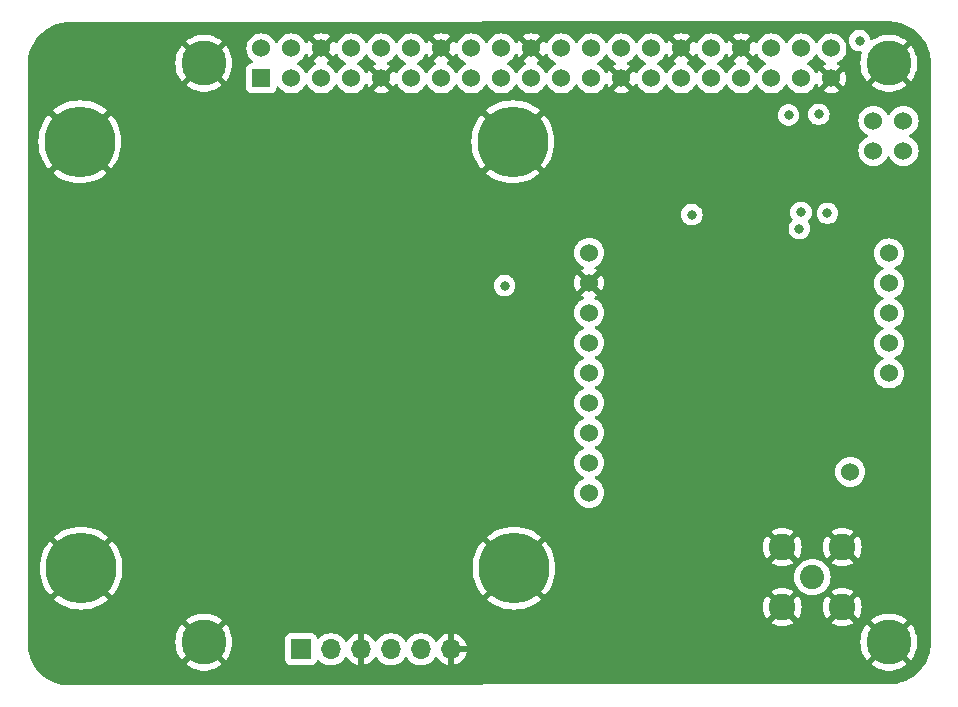
<source format=gbr>
%TF.GenerationSoftware,KiCad,Pcbnew,7.0.2-0*%
%TF.CreationDate,2024-03-08T21:59:11-08:00*%
%TF.ProjectId,New Groundstation,4e657720-4772-46f7-956e-647374617469,rev?*%
%TF.SameCoordinates,Original*%
%TF.FileFunction,Copper,L2,Inr*%
%TF.FilePolarity,Positive*%
%FSLAX46Y46*%
G04 Gerber Fmt 4.6, Leading zero omitted, Abs format (unit mm)*
G04 Created by KiCad (PCBNEW 7.0.2-0) date 2024-03-08 21:59:11*
%MOMM*%
%LPD*%
G01*
G04 APERTURE LIST*
%TA.AperFunction,ComponentPad*%
%ADD10C,3.812400*%
%TD*%
%TA.AperFunction,ComponentPad*%
%ADD11C,1.524000*%
%TD*%
%TA.AperFunction,ComponentPad*%
%ADD12R,1.524000X1.524000*%
%TD*%
%TA.AperFunction,ComponentPad*%
%ADD13C,6.000000*%
%TD*%
%TA.AperFunction,ComponentPad*%
%ADD14C,2.050000*%
%TD*%
%TA.AperFunction,ComponentPad*%
%ADD15C,2.250000*%
%TD*%
%TA.AperFunction,ComponentPad*%
%ADD16O,1.700000X1.700000*%
%TD*%
%TA.AperFunction,ComponentPad*%
%ADD17R,1.700000X1.700000*%
%TD*%
%TA.AperFunction,ViaPad*%
%ADD18C,0.800000*%
%TD*%
G04 APERTURE END LIST*
D10*
X111353937Y-121199886D03*
X169353937Y-121199886D03*
X169353937Y-72199886D03*
X111353937Y-72199886D03*
D11*
X168043937Y-77052886D03*
X168043937Y-79592886D03*
X170583937Y-77052886D03*
X170583937Y-79592886D03*
X164483937Y-70929886D03*
X164483937Y-73469886D03*
X161943937Y-70929886D03*
X161943937Y-73469886D03*
X159403937Y-70929886D03*
X159403937Y-73469886D03*
X156863937Y-70929886D03*
X156863937Y-73469886D03*
X154323937Y-70929886D03*
X154323937Y-73469886D03*
X151783937Y-70929886D03*
X151783937Y-73469886D03*
X149243937Y-70929886D03*
X149243937Y-73469886D03*
X146703937Y-70929886D03*
X146703937Y-73469886D03*
X144163937Y-70929886D03*
X144163937Y-73469886D03*
X141623937Y-70929886D03*
X141623937Y-73469886D03*
X139083937Y-70929886D03*
X139083937Y-73469886D03*
X136543937Y-70929886D03*
X136543937Y-73469886D03*
X134003937Y-70929886D03*
X134003937Y-73469886D03*
X131463937Y-70929886D03*
X131463937Y-73469886D03*
X128923937Y-70929886D03*
X128923937Y-73469886D03*
X126383937Y-70929886D03*
X126383937Y-73469886D03*
X123843937Y-70929886D03*
X123843937Y-73469886D03*
X121303937Y-70929886D03*
X121303937Y-73469886D03*
X118763937Y-70929886D03*
X118763937Y-73469886D03*
X116223937Y-70929886D03*
D12*
X116223937Y-73469886D03*
D13*
X100853937Y-78835000D03*
X100953937Y-114935000D03*
X137503937Y-78835000D03*
X137603937Y-114935000D03*
D11*
X143974575Y-88237234D03*
X143974575Y-90777234D03*
X143974575Y-93317234D03*
X143974575Y-95857234D03*
X143974575Y-98397234D03*
X143974575Y-100937234D03*
X143974575Y-103477234D03*
X143974575Y-106017234D03*
X143974575Y-108557234D03*
X169361899Y-88289567D03*
X169361899Y-90829567D03*
X169361899Y-93369567D03*
X169361899Y-95909567D03*
X169361899Y-98449567D03*
X166085299Y-106780767D03*
D14*
X162876937Y-115697000D03*
D15*
X160336937Y-113157000D03*
X160336937Y-118237000D03*
X165416937Y-113157000D03*
X165416937Y-118237000D03*
D16*
X132269937Y-121793000D03*
X129729937Y-121793000D03*
X127189937Y-121793000D03*
X124649937Y-121793000D03*
X122109937Y-121793000D03*
D17*
X119569937Y-121793000D03*
D18*
X148932337Y-79552800D03*
X142658537Y-76250800D03*
X102450337Y-74879200D03*
X154158947Y-83190790D03*
X164146937Y-84886800D03*
X160861812Y-76581000D03*
X163410337Y-76504800D03*
X136816537Y-91008200D03*
X152666137Y-85013800D03*
X161911737Y-84810600D03*
X161767621Y-86196840D03*
X166864737Y-70281800D03*
%TA.AperFunction,Conductor*%
G36*
X120837092Y-71143087D02*
G01*
X120916068Y-71265976D01*
X121026467Y-71361638D01*
X121159345Y-71422321D01*
X121164337Y-71423038D01*
X120605749Y-71981626D01*
X120670529Y-72026986D01*
X120790253Y-72082814D01*
X120842693Y-72128986D01*
X120861845Y-72196179D01*
X120841630Y-72263060D01*
X120790255Y-72307578D01*
X120666258Y-72365399D01*
X120484155Y-72492909D01*
X120326960Y-72650104D01*
X120199449Y-72832209D01*
X120146319Y-72946147D01*
X120100146Y-72998586D01*
X120032953Y-73017738D01*
X119966072Y-72997522D01*
X119921555Y-72946147D01*
X119870414Y-72836476D01*
X119868425Y-72832210D01*
X119740914Y-72650105D01*
X119583718Y-72492909D01*
X119401614Y-72365398D01*
X119287675Y-72312267D01*
X119235237Y-72266096D01*
X119216085Y-72198902D01*
X119236301Y-72132021D01*
X119287676Y-72087504D01*
X119297736Y-72082813D01*
X119401614Y-72034374D01*
X119583718Y-71906863D01*
X119740914Y-71749667D01*
X119868425Y-71567563D01*
X119926244Y-71443568D01*
X119972416Y-71391129D01*
X120039609Y-71371977D01*
X120106491Y-71392192D01*
X120151008Y-71443569D01*
X120206835Y-71563292D01*
X120252195Y-71628073D01*
X120814414Y-71065854D01*
X120837092Y-71143087D01*
G37*
%TD.AperFunction*%
%TA.AperFunction,Conductor*%
G36*
X122355677Y-71628072D02*
G01*
X122401034Y-71563298D01*
X122456864Y-71443570D01*
X122503036Y-71391131D01*
X122570230Y-71371978D01*
X122637111Y-71392193D01*
X122681629Y-71443569D01*
X122686319Y-71453626D01*
X122739449Y-71567563D01*
X122866960Y-71749667D01*
X123024156Y-71906863D01*
X123206260Y-72034374D01*
X123287230Y-72072131D01*
X123320197Y-72087504D01*
X123372636Y-72133677D01*
X123391788Y-72200870D01*
X123371572Y-72267751D01*
X123320197Y-72312268D01*
X123206260Y-72365398D01*
X123024155Y-72492909D01*
X122866960Y-72650104D01*
X122739449Y-72832209D01*
X122686319Y-72946147D01*
X122640146Y-72998586D01*
X122572953Y-73017738D01*
X122506072Y-72997522D01*
X122461555Y-72946147D01*
X122410414Y-72836476D01*
X122408425Y-72832210D01*
X122280914Y-72650105D01*
X122123718Y-72492909D01*
X121941614Y-72365398D01*
X121897064Y-72344624D01*
X121817620Y-72307578D01*
X121765181Y-72261405D01*
X121746029Y-72194212D01*
X121766245Y-72127331D01*
X121817621Y-72082813D01*
X121937349Y-72026983D01*
X122002124Y-71981626D01*
X121443537Y-71423038D01*
X121448529Y-71422321D01*
X121581407Y-71361638D01*
X121691806Y-71265976D01*
X121770782Y-71143087D01*
X121793459Y-71065855D01*
X122355677Y-71628072D01*
G37*
%TD.AperFunction*%
%TA.AperFunction,Conductor*%
G36*
X125181802Y-71402250D02*
G01*
X125226318Y-71453624D01*
X125279449Y-71567563D01*
X125406960Y-71749667D01*
X125564156Y-71906863D01*
X125746260Y-72034374D01*
X125848669Y-72082128D01*
X125870253Y-72092193D01*
X125922692Y-72138365D01*
X125941844Y-72205559D01*
X125921628Y-72272440D01*
X125870253Y-72316957D01*
X125750526Y-72372786D01*
X125685749Y-72418144D01*
X125685748Y-72418144D01*
X126244337Y-72976733D01*
X126239345Y-72977451D01*
X126106467Y-73038134D01*
X125996068Y-73133796D01*
X125917092Y-73256685D01*
X125894414Y-73333916D01*
X125332195Y-72771697D01*
X125332195Y-72771698D01*
X125286837Y-72836475D01*
X125231008Y-72956203D01*
X125184836Y-73008642D01*
X125117642Y-73027794D01*
X125050761Y-73007578D01*
X125006244Y-72956203D01*
X124950414Y-72836476D01*
X124948425Y-72832210D01*
X124820914Y-72650105D01*
X124663718Y-72492909D01*
X124481614Y-72365398D01*
X124367675Y-72312267D01*
X124315237Y-72266096D01*
X124296085Y-72198902D01*
X124316301Y-72132021D01*
X124367676Y-72087504D01*
X124377736Y-72082813D01*
X124481614Y-72034374D01*
X124663718Y-71906863D01*
X124820914Y-71749667D01*
X124948425Y-71567563D01*
X125001555Y-71453624D01*
X125047727Y-71401186D01*
X125114921Y-71382034D01*
X125181802Y-71402250D01*
G37*
%TD.AperFunction*%
%TA.AperFunction,Conductor*%
G36*
X138617092Y-71143087D02*
G01*
X138696068Y-71265976D01*
X138806467Y-71361638D01*
X138939345Y-71422321D01*
X138944337Y-71423038D01*
X138385749Y-71981626D01*
X138450529Y-72026986D01*
X138570253Y-72082814D01*
X138622693Y-72128986D01*
X138641845Y-72196179D01*
X138621630Y-72263060D01*
X138570255Y-72307578D01*
X138446258Y-72365399D01*
X138264155Y-72492909D01*
X138106960Y-72650104D01*
X137979449Y-72832209D01*
X137926319Y-72946147D01*
X137880146Y-72998586D01*
X137812953Y-73017738D01*
X137746072Y-72997522D01*
X137701555Y-72946147D01*
X137650414Y-72836476D01*
X137648425Y-72832210D01*
X137520914Y-72650105D01*
X137363718Y-72492909D01*
X137181614Y-72365398D01*
X137067675Y-72312267D01*
X137015237Y-72266096D01*
X136996085Y-72198902D01*
X137016301Y-72132021D01*
X137067676Y-72087504D01*
X137077736Y-72082813D01*
X137181614Y-72034374D01*
X137363718Y-71906863D01*
X137520914Y-71749667D01*
X137648425Y-71567563D01*
X137706244Y-71443568D01*
X137752416Y-71391129D01*
X137819609Y-71371977D01*
X137886491Y-71392192D01*
X137931008Y-71443569D01*
X137986835Y-71563292D01*
X138032195Y-71628073D01*
X138594414Y-71065854D01*
X138617092Y-71143087D01*
G37*
%TD.AperFunction*%
%TA.AperFunction,Conductor*%
G36*
X140135677Y-71628072D02*
G01*
X140181034Y-71563298D01*
X140236864Y-71443570D01*
X140283036Y-71391131D01*
X140350230Y-71371978D01*
X140417111Y-71392193D01*
X140461629Y-71443569D01*
X140466319Y-71453626D01*
X140519449Y-71567563D01*
X140646960Y-71749667D01*
X140804156Y-71906863D01*
X140986260Y-72034374D01*
X141067230Y-72072131D01*
X141100197Y-72087504D01*
X141152636Y-72133677D01*
X141171788Y-72200870D01*
X141151572Y-72267751D01*
X141100197Y-72312268D01*
X140986260Y-72365398D01*
X140804155Y-72492909D01*
X140646960Y-72650104D01*
X140519449Y-72832209D01*
X140466319Y-72946147D01*
X140420146Y-72998586D01*
X140352953Y-73017738D01*
X140286072Y-72997522D01*
X140241555Y-72946147D01*
X140190414Y-72836476D01*
X140188425Y-72832210D01*
X140060914Y-72650105D01*
X139903718Y-72492909D01*
X139721614Y-72365398D01*
X139677064Y-72344624D01*
X139597620Y-72307578D01*
X139545181Y-72261405D01*
X139526029Y-72194212D01*
X139546245Y-72127331D01*
X139597621Y-72082813D01*
X139717349Y-72026983D01*
X139782123Y-71981626D01*
X139223537Y-71423038D01*
X139228529Y-71422321D01*
X139361407Y-71361638D01*
X139471806Y-71265976D01*
X139550782Y-71143087D01*
X139573459Y-71065855D01*
X140135677Y-71628072D01*
G37*
%TD.AperFunction*%
%TA.AperFunction,Conductor*%
G36*
X145501802Y-71402250D02*
G01*
X145546318Y-71453624D01*
X145599449Y-71567563D01*
X145726960Y-71749667D01*
X145884156Y-71906863D01*
X146066260Y-72034374D01*
X146168669Y-72082128D01*
X146190253Y-72092193D01*
X146242692Y-72138365D01*
X146261844Y-72205559D01*
X146241628Y-72272440D01*
X146190253Y-72316957D01*
X146070526Y-72372786D01*
X146005749Y-72418144D01*
X146005748Y-72418144D01*
X146564337Y-72976733D01*
X146559345Y-72977451D01*
X146426467Y-73038134D01*
X146316068Y-73133796D01*
X146237092Y-73256685D01*
X146214414Y-73333916D01*
X145652195Y-72771697D01*
X145652195Y-72771698D01*
X145606837Y-72836475D01*
X145551008Y-72956203D01*
X145504836Y-73008642D01*
X145437642Y-73027794D01*
X145370761Y-73007578D01*
X145326244Y-72956203D01*
X145270414Y-72836476D01*
X145268425Y-72832210D01*
X145140914Y-72650105D01*
X144983718Y-72492909D01*
X144801614Y-72365398D01*
X144687675Y-72312267D01*
X144635237Y-72266096D01*
X144616085Y-72198902D01*
X144636301Y-72132021D01*
X144687676Y-72087504D01*
X144697736Y-72082813D01*
X144801614Y-72034374D01*
X144983718Y-71906863D01*
X145140914Y-71749667D01*
X145268425Y-71567563D01*
X145321555Y-71453624D01*
X145367727Y-71401186D01*
X145434921Y-71382034D01*
X145501802Y-71402250D01*
G37*
%TD.AperFunction*%
%TA.AperFunction,Conductor*%
G36*
X156397092Y-71143087D02*
G01*
X156476068Y-71265976D01*
X156586467Y-71361638D01*
X156719345Y-71422321D01*
X156724337Y-71423038D01*
X156165749Y-71981626D01*
X156230529Y-72026986D01*
X156350253Y-72082814D01*
X156402693Y-72128986D01*
X156421845Y-72196179D01*
X156401630Y-72263060D01*
X156350255Y-72307578D01*
X156226258Y-72365399D01*
X156044155Y-72492909D01*
X155886960Y-72650104D01*
X155759449Y-72832209D01*
X155706319Y-72946147D01*
X155660146Y-72998586D01*
X155592953Y-73017738D01*
X155526072Y-72997522D01*
X155481555Y-72946147D01*
X155430414Y-72836476D01*
X155428425Y-72832210D01*
X155300914Y-72650105D01*
X155143718Y-72492909D01*
X154961614Y-72365398D01*
X154847675Y-72312267D01*
X154795237Y-72266096D01*
X154776085Y-72198902D01*
X154796301Y-72132021D01*
X154847676Y-72087504D01*
X154857736Y-72082813D01*
X154961614Y-72034374D01*
X155143718Y-71906863D01*
X155300914Y-71749667D01*
X155428425Y-71567563D01*
X155486244Y-71443568D01*
X155532416Y-71391129D01*
X155599609Y-71371977D01*
X155666491Y-71392192D01*
X155711008Y-71443569D01*
X155766835Y-71563292D01*
X155812195Y-71628073D01*
X156374414Y-71065854D01*
X156397092Y-71143087D01*
G37*
%TD.AperFunction*%
%TA.AperFunction,Conductor*%
G36*
X157915677Y-71628072D02*
G01*
X157961034Y-71563298D01*
X158016864Y-71443570D01*
X158063036Y-71391131D01*
X158130230Y-71371978D01*
X158197111Y-71392193D01*
X158241629Y-71443569D01*
X158246319Y-71453626D01*
X158299449Y-71567563D01*
X158426960Y-71749667D01*
X158584156Y-71906863D01*
X158766260Y-72034374D01*
X158847230Y-72072131D01*
X158880197Y-72087504D01*
X158932636Y-72133677D01*
X158951788Y-72200870D01*
X158931572Y-72267751D01*
X158880197Y-72312268D01*
X158766260Y-72365398D01*
X158584155Y-72492909D01*
X158426960Y-72650104D01*
X158299449Y-72832209D01*
X158246319Y-72946147D01*
X158200146Y-72998586D01*
X158132953Y-73017738D01*
X158066072Y-72997522D01*
X158021555Y-72946147D01*
X157970414Y-72836476D01*
X157968425Y-72832210D01*
X157840914Y-72650105D01*
X157683718Y-72492909D01*
X157501614Y-72365398D01*
X157457064Y-72344624D01*
X157377620Y-72307578D01*
X157325181Y-72261405D01*
X157306029Y-72194212D01*
X157326245Y-72127331D01*
X157377621Y-72082813D01*
X157497349Y-72026983D01*
X157562124Y-71981626D01*
X157003537Y-71423038D01*
X157008529Y-71422321D01*
X157141407Y-71361638D01*
X157251806Y-71265976D01*
X157330782Y-71143087D01*
X157353459Y-71065855D01*
X157915677Y-71628072D01*
G37*
%TD.AperFunction*%
%TA.AperFunction,Conductor*%
G36*
X163281802Y-71402250D02*
G01*
X163326318Y-71453624D01*
X163379449Y-71567563D01*
X163506960Y-71749667D01*
X163664156Y-71906863D01*
X163846260Y-72034374D01*
X163948669Y-72082128D01*
X163970253Y-72092193D01*
X164022692Y-72138365D01*
X164041844Y-72205559D01*
X164021628Y-72272440D01*
X163970253Y-72316957D01*
X163850526Y-72372786D01*
X163785749Y-72418144D01*
X163785748Y-72418144D01*
X164344337Y-72976733D01*
X164339345Y-72977451D01*
X164206467Y-73038134D01*
X164096068Y-73133796D01*
X164017092Y-73256685D01*
X163994414Y-73333916D01*
X163432195Y-72771698D01*
X163386837Y-72836475D01*
X163331008Y-72956203D01*
X163284836Y-73008642D01*
X163217642Y-73027794D01*
X163150761Y-73007578D01*
X163106244Y-72956203D01*
X163050414Y-72836476D01*
X163048425Y-72832210D01*
X162920914Y-72650105D01*
X162763718Y-72492909D01*
X162581614Y-72365398D01*
X162467675Y-72312267D01*
X162415237Y-72266096D01*
X162396085Y-72198902D01*
X162416301Y-72132021D01*
X162467676Y-72087504D01*
X162477736Y-72082813D01*
X162581614Y-72034374D01*
X162763718Y-71906863D01*
X162920914Y-71749667D01*
X163048425Y-71567563D01*
X163101555Y-71453624D01*
X163147727Y-71401186D01*
X163214921Y-71382034D01*
X163281802Y-71402250D01*
G37*
%TD.AperFunction*%
%TA.AperFunction,Conductor*%
G36*
X148041802Y-71402250D02*
G01*
X148086318Y-71453624D01*
X148139449Y-71567563D01*
X148266960Y-71749667D01*
X148424156Y-71906863D01*
X148606260Y-72034374D01*
X148687230Y-72072131D01*
X148720197Y-72087504D01*
X148772636Y-72133677D01*
X148791788Y-72200870D01*
X148771572Y-72267751D01*
X148720197Y-72312268D01*
X148606260Y-72365398D01*
X148424155Y-72492909D01*
X148266960Y-72650104D01*
X148139450Y-72832207D01*
X148081629Y-72956204D01*
X148035456Y-73008643D01*
X147968262Y-73027794D01*
X147901381Y-73007578D01*
X147856865Y-72956202D01*
X147801036Y-72836476D01*
X147755677Y-72771697D01*
X147193458Y-73333915D01*
X147170782Y-73256685D01*
X147091806Y-73133796D01*
X146981407Y-73038134D01*
X146848529Y-72977451D01*
X146843536Y-72976733D01*
X147402124Y-72418144D01*
X147337343Y-72372784D01*
X147217620Y-72316957D01*
X147165180Y-72270785D01*
X147146028Y-72203592D01*
X147166244Y-72136710D01*
X147217619Y-72092193D01*
X147300300Y-72053638D01*
X147341610Y-72034376D01*
X147341610Y-72034375D01*
X147341614Y-72034374D01*
X147523718Y-71906863D01*
X147680914Y-71749667D01*
X147808425Y-71567563D01*
X147861555Y-71453624D01*
X147907727Y-71401186D01*
X147974921Y-71382034D01*
X148041802Y-71402250D01*
G37*
%TD.AperFunction*%
%TA.AperFunction,Conductor*%
G36*
X127721802Y-71402250D02*
G01*
X127766318Y-71453624D01*
X127819449Y-71567563D01*
X127946960Y-71749667D01*
X128104156Y-71906863D01*
X128286260Y-72034374D01*
X128367230Y-72072131D01*
X128400197Y-72087504D01*
X128452636Y-72133677D01*
X128471788Y-72200870D01*
X128451572Y-72267751D01*
X128400197Y-72312268D01*
X128286260Y-72365398D01*
X128104155Y-72492909D01*
X127946960Y-72650104D01*
X127819450Y-72832207D01*
X127761629Y-72956204D01*
X127715456Y-73008643D01*
X127648262Y-73027794D01*
X127581381Y-73007578D01*
X127536865Y-72956202D01*
X127481036Y-72836476D01*
X127435677Y-72771697D01*
X126873458Y-73333914D01*
X126850782Y-73256685D01*
X126771806Y-73133796D01*
X126661407Y-73038134D01*
X126528529Y-72977451D01*
X126523536Y-72976733D01*
X127082124Y-72418144D01*
X127017343Y-72372784D01*
X126897620Y-72316957D01*
X126845180Y-72270785D01*
X126826028Y-72203592D01*
X126846244Y-72136710D01*
X126897619Y-72092193D01*
X126980300Y-72053638D01*
X127021610Y-72034376D01*
X127021610Y-72034375D01*
X127021614Y-72034374D01*
X127203718Y-71906863D01*
X127360914Y-71749667D01*
X127488425Y-71567563D01*
X127541555Y-71453624D01*
X127587727Y-71401186D01*
X127654921Y-71382034D01*
X127721802Y-71402250D01*
G37*
%TD.AperFunction*%
%TA.AperFunction,Conductor*%
G36*
X130997092Y-71143087D02*
G01*
X131076068Y-71265976D01*
X131186467Y-71361638D01*
X131319345Y-71422321D01*
X131324337Y-71423038D01*
X130765749Y-71981626D01*
X130830529Y-72026986D01*
X130950253Y-72082814D01*
X131002693Y-72128986D01*
X131021845Y-72196179D01*
X131001630Y-72263060D01*
X130950255Y-72307578D01*
X130826258Y-72365399D01*
X130644155Y-72492909D01*
X130486960Y-72650104D01*
X130359449Y-72832209D01*
X130306319Y-72946147D01*
X130260146Y-72998586D01*
X130192953Y-73017738D01*
X130126072Y-72997522D01*
X130081555Y-72946147D01*
X130030414Y-72836476D01*
X130028425Y-72832210D01*
X129900914Y-72650105D01*
X129743718Y-72492909D01*
X129561614Y-72365398D01*
X129447675Y-72312267D01*
X129395237Y-72266096D01*
X129376085Y-72198902D01*
X129396301Y-72132021D01*
X129447676Y-72087504D01*
X129457736Y-72082813D01*
X129561614Y-72034374D01*
X129743718Y-71906863D01*
X129900914Y-71749667D01*
X130028425Y-71567563D01*
X130086244Y-71443568D01*
X130132416Y-71391129D01*
X130199609Y-71371977D01*
X130266491Y-71392192D01*
X130311008Y-71443569D01*
X130366835Y-71563292D01*
X130412195Y-71628073D01*
X130974414Y-71065854D01*
X130997092Y-71143087D01*
G37*
%TD.AperFunction*%
%TA.AperFunction,Conductor*%
G36*
X132515677Y-71628072D02*
G01*
X132561034Y-71563298D01*
X132616864Y-71443570D01*
X132663036Y-71391131D01*
X132730230Y-71371978D01*
X132797111Y-71392193D01*
X132841629Y-71443569D01*
X132846319Y-71453626D01*
X132899449Y-71567563D01*
X133026960Y-71749667D01*
X133184156Y-71906863D01*
X133366260Y-72034374D01*
X133447230Y-72072131D01*
X133480197Y-72087504D01*
X133532636Y-72133677D01*
X133551788Y-72200870D01*
X133531572Y-72267751D01*
X133480197Y-72312268D01*
X133366260Y-72365398D01*
X133184155Y-72492909D01*
X133026960Y-72650104D01*
X132899449Y-72832209D01*
X132846319Y-72946147D01*
X132800146Y-72998586D01*
X132732953Y-73017738D01*
X132666072Y-72997522D01*
X132621555Y-72946147D01*
X132570414Y-72836476D01*
X132568425Y-72832210D01*
X132440914Y-72650105D01*
X132283718Y-72492909D01*
X132101614Y-72365398D01*
X132057064Y-72344624D01*
X131977620Y-72307578D01*
X131925181Y-72261405D01*
X131906029Y-72194212D01*
X131926245Y-72127331D01*
X131977621Y-72082813D01*
X132097349Y-72026983D01*
X132162124Y-71981626D01*
X131603537Y-71423038D01*
X131608529Y-71422321D01*
X131741407Y-71361638D01*
X131851806Y-71265976D01*
X131930782Y-71143087D01*
X131953459Y-71065855D01*
X132515677Y-71628072D01*
G37*
%TD.AperFunction*%
%TA.AperFunction,Conductor*%
G36*
X151317092Y-71143087D02*
G01*
X151396068Y-71265976D01*
X151506467Y-71361638D01*
X151639345Y-71422321D01*
X151644337Y-71423038D01*
X151085749Y-71981626D01*
X151150529Y-72026986D01*
X151270253Y-72082814D01*
X151322693Y-72128986D01*
X151341845Y-72196179D01*
X151321630Y-72263060D01*
X151270255Y-72307578D01*
X151146258Y-72365399D01*
X150964155Y-72492909D01*
X150806960Y-72650104D01*
X150679449Y-72832209D01*
X150626319Y-72946147D01*
X150580146Y-72998586D01*
X150512953Y-73017738D01*
X150446072Y-72997522D01*
X150401555Y-72946147D01*
X150350414Y-72836476D01*
X150348425Y-72832210D01*
X150220914Y-72650105D01*
X150063718Y-72492909D01*
X149881614Y-72365398D01*
X149767675Y-72312267D01*
X149715237Y-72266096D01*
X149696085Y-72198902D01*
X149716301Y-72132021D01*
X149767676Y-72087504D01*
X149777736Y-72082813D01*
X149881614Y-72034374D01*
X150063718Y-71906863D01*
X150220914Y-71749667D01*
X150348425Y-71567563D01*
X150406244Y-71443568D01*
X150452416Y-71391129D01*
X150519609Y-71371977D01*
X150586491Y-71392192D01*
X150631008Y-71443569D01*
X150686835Y-71563292D01*
X150732195Y-71628073D01*
X151294414Y-71065854D01*
X151317092Y-71143087D01*
G37*
%TD.AperFunction*%
%TA.AperFunction,Conductor*%
G36*
X152835677Y-71628072D02*
G01*
X152881034Y-71563298D01*
X152936864Y-71443570D01*
X152983036Y-71391131D01*
X153050230Y-71371978D01*
X153117111Y-71392193D01*
X153161629Y-71443569D01*
X153166319Y-71453626D01*
X153219449Y-71567563D01*
X153346960Y-71749667D01*
X153504156Y-71906863D01*
X153686260Y-72034374D01*
X153767230Y-72072131D01*
X153800197Y-72087504D01*
X153852636Y-72133677D01*
X153871788Y-72200870D01*
X153851572Y-72267751D01*
X153800197Y-72312268D01*
X153686260Y-72365398D01*
X153504155Y-72492909D01*
X153346960Y-72650104D01*
X153219449Y-72832209D01*
X153166319Y-72946147D01*
X153120146Y-72998586D01*
X153052953Y-73017738D01*
X152986072Y-72997522D01*
X152941555Y-72946147D01*
X152890414Y-72836476D01*
X152888425Y-72832210D01*
X152760914Y-72650105D01*
X152603718Y-72492909D01*
X152421614Y-72365398D01*
X152377064Y-72344624D01*
X152297620Y-72307578D01*
X152245181Y-72261405D01*
X152226029Y-72194212D01*
X152246245Y-72127331D01*
X152297621Y-72082813D01*
X152417349Y-72026983D01*
X152482124Y-71981626D01*
X151923537Y-71423038D01*
X151928529Y-71422321D01*
X152061407Y-71361638D01*
X152171806Y-71265976D01*
X152250782Y-71143087D01*
X152273459Y-71065855D01*
X152835677Y-71628072D01*
G37*
%TD.AperFunction*%
%TA.AperFunction,Conductor*%
G36*
X169356995Y-68644536D02*
G01*
X169509301Y-68652020D01*
X169703043Y-68662163D01*
X169714717Y-68663332D01*
X169885431Y-68688656D01*
X170059870Y-68716286D01*
X170070567Y-68718469D01*
X170241008Y-68761163D01*
X170409371Y-68806278D01*
X170418980Y-68809280D01*
X170584589Y-68868538D01*
X170587017Y-68869437D01*
X170747882Y-68931189D01*
X170756400Y-68934833D01*
X170915853Y-69010249D01*
X170919090Y-69011839D01*
X170968224Y-69036875D01*
X171071954Y-69089729D01*
X171079406Y-69093854D01*
X171230937Y-69184679D01*
X171234688Y-69187020D01*
X171378319Y-69280296D01*
X171384628Y-69284677D01*
X171401734Y-69297364D01*
X171526672Y-69390026D01*
X171530840Y-69393257D01*
X171663780Y-69500910D01*
X171668997Y-69505380D01*
X171800115Y-69624219D01*
X171804478Y-69628374D01*
X171839168Y-69663064D01*
X171925430Y-69749327D01*
X171929626Y-69753735D01*
X172048409Y-69884792D01*
X172052897Y-69890029D01*
X172160561Y-70022983D01*
X172163793Y-70027153D01*
X172269126Y-70169179D01*
X172273523Y-70175510D01*
X172366772Y-70319101D01*
X172369135Y-70322887D01*
X172459954Y-70474410D01*
X172464081Y-70481864D01*
X172541962Y-70634714D01*
X172543570Y-70637989D01*
X172613593Y-70786040D01*
X172618965Y-70797397D01*
X172622634Y-70805977D01*
X172684308Y-70966646D01*
X172685296Y-70969309D01*
X172744518Y-71134824D01*
X172747540Y-71144503D01*
X172792637Y-71312800D01*
X172835334Y-71483254D01*
X172837520Y-71493973D01*
X172865135Y-71668316D01*
X172890470Y-71839107D01*
X172891641Y-71850807D01*
X172901577Y-72040392D01*
X172905574Y-72121734D01*
X172909288Y-72197331D01*
X172909437Y-72203396D01*
X172909437Y-121218835D01*
X172909288Y-121224919D01*
X172902251Y-121368169D01*
X172891555Y-121571729D01*
X172890384Y-121583416D01*
X172866277Y-121745942D01*
X172837345Y-121928619D01*
X172835156Y-121939347D01*
X172793776Y-122104551D01*
X172747261Y-122278147D01*
X172744241Y-122287816D01*
X172686417Y-122449426D01*
X172685429Y-122452089D01*
X172622239Y-122616706D01*
X172618570Y-122625284D01*
X172544681Y-122781514D01*
X172543071Y-122784793D01*
X172463554Y-122940856D01*
X172459428Y-122948310D01*
X172370235Y-123097121D01*
X172367872Y-123100907D01*
X172272832Y-123247259D01*
X172268434Y-123253591D01*
X172164867Y-123393236D01*
X172161636Y-123397405D01*
X172052033Y-123532756D01*
X172047544Y-123537994D01*
X171930659Y-123666958D01*
X171926463Y-123671366D01*
X171803403Y-123794428D01*
X171798995Y-123798624D01*
X171670025Y-123915517D01*
X171664788Y-123920005D01*
X171529476Y-124029581D01*
X171525306Y-124032813D01*
X171385614Y-124136417D01*
X171379283Y-124140815D01*
X171232969Y-124235834D01*
X171229183Y-124238197D01*
X171080348Y-124327407D01*
X171072894Y-124331533D01*
X170916834Y-124411051D01*
X170913556Y-124412661D01*
X170757346Y-124486545D01*
X170748766Y-124490215D01*
X170584094Y-124553428D01*
X170581431Y-124554415D01*
X170419870Y-124612224D01*
X170410190Y-124615248D01*
X170236615Y-124661759D01*
X170089897Y-124698512D01*
X170071402Y-124703145D01*
X170060684Y-124705332D01*
X169877941Y-124734277D01*
X169715501Y-124758374D01*
X169703801Y-124759546D01*
X169490759Y-124770713D01*
X169357960Y-124777238D01*
X169352034Y-124777387D01*
X99989519Y-124866023D01*
X99983273Y-124865873D01*
X99825524Y-124858119D01*
X99637723Y-124848304D01*
X99625998Y-124847131D01*
X99450923Y-124821157D01*
X99437119Y-124818970D01*
X99280924Y-124794227D01*
X99270198Y-124792038D01*
X99097017Y-124748655D01*
X98935344Y-124705332D01*
X98931491Y-124704299D01*
X98921826Y-124701281D01*
X98754199Y-124641299D01*
X98751536Y-124640311D01*
X98592994Y-124579449D01*
X98584416Y-124575780D01*
X98423319Y-124499584D01*
X98420040Y-124497974D01*
X98268905Y-124420963D01*
X98261452Y-124416837D01*
X98108493Y-124325155D01*
X98104706Y-124322791D01*
X97962573Y-124230486D01*
X97956242Y-124226089D01*
X97812944Y-124119810D01*
X97808775Y-124116578D01*
X97677123Y-124009965D01*
X97671886Y-124005477D01*
X97539679Y-123885650D01*
X97535271Y-123881453D01*
X97518313Y-123864495D01*
X97415502Y-123761681D01*
X97411306Y-123757274D01*
X97291473Y-123625057D01*
X97287008Y-123619847D01*
X97180350Y-123488134D01*
X97177151Y-123484006D01*
X97172318Y-123477490D01*
X97070879Y-123340713D01*
X97066486Y-123334389D01*
X96974161Y-123192219D01*
X96971798Y-123188432D01*
X96932959Y-123123633D01*
X96880126Y-123035485D01*
X96876005Y-123028040D01*
X96798972Y-122876854D01*
X96797400Y-122873651D01*
X96721198Y-122712534D01*
X96717529Y-122703956D01*
X96656642Y-122545341D01*
X96655655Y-122542678D01*
X96653025Y-122535329D01*
X96595709Y-122375141D01*
X96592685Y-122365460D01*
X96548323Y-122199901D01*
X96547387Y-122196164D01*
X96504936Y-122026691D01*
X96502759Y-122016016D01*
X96475835Y-121846025D01*
X96467969Y-121793000D01*
X96449853Y-121670878D01*
X96448685Y-121659217D01*
X96439412Y-121482320D01*
X96431057Y-121312262D01*
X96430909Y-121306210D01*
X96430909Y-121285824D01*
X96427643Y-121280177D01*
X96424127Y-121250857D01*
X96424127Y-121203780D01*
X108943225Y-121203780D01*
X108961746Y-121498165D01*
X108962720Y-121505885D01*
X109017994Y-121795637D01*
X109019930Y-121803177D01*
X109111081Y-122083709D01*
X109113945Y-122090944D01*
X109239540Y-122357849D01*
X109243284Y-122364658D01*
X109401347Y-122613725D01*
X109405909Y-122620004D01*
X109484846Y-122715422D01*
X110219811Y-121980457D01*
X110244444Y-122020463D01*
X110399081Y-122196164D01*
X110571772Y-122335602D01*
X109836062Y-123071311D01*
X109836063Y-123071312D01*
X110058932Y-123233235D01*
X110065489Y-123237397D01*
X110323983Y-123379506D01*
X110331031Y-123382822D01*
X110605287Y-123491407D01*
X110612682Y-123493810D01*
X110898398Y-123567170D01*
X110906029Y-123568625D01*
X111198687Y-123605597D01*
X111206446Y-123606086D01*
X111501428Y-123606086D01*
X111509186Y-123605597D01*
X111801844Y-123568625D01*
X111809475Y-123567170D01*
X112095191Y-123493810D01*
X112102586Y-123491407D01*
X112376842Y-123382822D01*
X112383890Y-123379506D01*
X112642384Y-123237397D01*
X112648941Y-123233235D01*
X112871809Y-123071312D01*
X112871810Y-123071311D01*
X112133260Y-122332761D01*
X112220862Y-122273553D01*
X112389843Y-122111598D01*
X112487355Y-121979752D01*
X113223026Y-122715422D01*
X113242702Y-122691638D01*
X118211437Y-122691638D01*
X118211789Y-122694918D01*
X118211790Y-122694924D01*
X118217948Y-122752205D01*
X118269047Y-122889203D01*
X118356675Y-123006261D01*
X118473733Y-123093889D01*
X118610731Y-123144988D01*
X118610734Y-123144988D01*
X118610736Y-123144989D01*
X118671299Y-123151500D01*
X118674609Y-123151500D01*
X120465265Y-123151500D01*
X120468575Y-123151500D01*
X120529138Y-123144989D01*
X120529140Y-123144988D01*
X120529142Y-123144988D01*
X120647325Y-123100907D01*
X120666141Y-123093889D01*
X120783198Y-123006261D01*
X120870826Y-122889204D01*
X120916074Y-122767889D01*
X120957946Y-122711956D01*
X121023411Y-122687540D01*
X121091684Y-122702392D01*
X121123485Y-122727241D01*
X121186694Y-122795903D01*
X121186697Y-122795906D01*
X121364361Y-122934189D01*
X121562363Y-123041342D01*
X121775302Y-123114444D01*
X121997368Y-123151500D01*
X122222506Y-123151500D01*
X122444572Y-123114444D01*
X122657511Y-123041342D01*
X122855513Y-122934189D01*
X123033177Y-122795906D01*
X123185659Y-122630268D01*
X123279685Y-122486349D01*
X123332830Y-122440994D01*
X123402061Y-122431570D01*
X123465397Y-122461072D01*
X123485068Y-122483048D01*
X123611829Y-122664080D01*
X123778855Y-122831106D01*
X123972360Y-122966600D01*
X124186444Y-123066430D01*
X124399935Y-123123634D01*
X124399936Y-123123634D01*
X124399936Y-122228501D01*
X124507622Y-122277680D01*
X124614174Y-122293000D01*
X124685700Y-122293000D01*
X124792252Y-122277680D01*
X124899937Y-122228501D01*
X124899937Y-123123633D01*
X125113427Y-123066430D01*
X125327513Y-122966600D01*
X125521018Y-122831106D01*
X125688043Y-122664081D01*
X125814805Y-122483048D01*
X125869382Y-122439424D01*
X125938881Y-122432231D01*
X126001235Y-122463753D01*
X126020189Y-122486351D01*
X126114213Y-122630267D01*
X126196510Y-122719664D01*
X126266697Y-122795906D01*
X126444361Y-122934189D01*
X126642363Y-123041342D01*
X126855302Y-123114444D01*
X127077368Y-123151500D01*
X127302506Y-123151500D01*
X127524572Y-123114444D01*
X127737511Y-123041342D01*
X127935513Y-122934189D01*
X128113177Y-122795906D01*
X128265659Y-122630268D01*
X128356127Y-122491795D01*
X128409274Y-122446438D01*
X128478506Y-122437014D01*
X128541842Y-122466516D01*
X128563746Y-122491795D01*
X128650958Y-122625284D01*
X128654215Y-122630268D01*
X128806697Y-122795906D01*
X128984361Y-122934189D01*
X129182363Y-123041342D01*
X129395302Y-123114444D01*
X129617368Y-123151500D01*
X129842506Y-123151500D01*
X130064572Y-123114444D01*
X130277511Y-123041342D01*
X130475513Y-122934189D01*
X130653177Y-122795906D01*
X130805659Y-122630268D01*
X130899685Y-122486349D01*
X130952830Y-122440994D01*
X131022061Y-122431570D01*
X131085397Y-122461072D01*
X131105068Y-122483048D01*
X131231829Y-122664080D01*
X131398855Y-122831106D01*
X131592360Y-122966600D01*
X131806446Y-123066430D01*
X132019937Y-123123634D01*
X132019937Y-122228501D01*
X132127622Y-122277680D01*
X132234174Y-122293000D01*
X132305700Y-122293000D01*
X132412252Y-122277680D01*
X132519936Y-122228501D01*
X132519936Y-123123633D01*
X132733428Y-123066430D01*
X132947513Y-122966600D01*
X133141018Y-122831106D01*
X133308043Y-122664081D01*
X133443537Y-122470576D01*
X133543367Y-122256492D01*
X133600573Y-122043000D01*
X132703623Y-122043000D01*
X132729430Y-122002844D01*
X132769937Y-121864889D01*
X132769937Y-121721111D01*
X132729430Y-121583156D01*
X132703623Y-121543000D01*
X133600573Y-121543000D01*
X133600572Y-121542999D01*
X133543367Y-121329507D01*
X133484739Y-121203780D01*
X166943225Y-121203780D01*
X166961746Y-121498165D01*
X166962720Y-121505885D01*
X167017994Y-121795637D01*
X167019930Y-121803177D01*
X167111081Y-122083709D01*
X167113945Y-122090944D01*
X167239540Y-122357849D01*
X167243284Y-122364658D01*
X167401347Y-122613725D01*
X167405909Y-122620004D01*
X167484846Y-122715422D01*
X168219811Y-121980457D01*
X168244444Y-122020463D01*
X168399081Y-122196164D01*
X168571772Y-122335602D01*
X167836062Y-123071311D01*
X167836063Y-123071312D01*
X168058932Y-123233235D01*
X168065489Y-123237397D01*
X168323983Y-123379506D01*
X168331031Y-123382822D01*
X168605287Y-123491407D01*
X168612682Y-123493810D01*
X168898398Y-123567170D01*
X168906029Y-123568625D01*
X169198687Y-123605597D01*
X169206446Y-123606086D01*
X169501428Y-123606086D01*
X169509186Y-123605597D01*
X169801844Y-123568625D01*
X169809475Y-123567170D01*
X170095191Y-123493810D01*
X170102586Y-123491407D01*
X170376842Y-123382822D01*
X170383890Y-123379506D01*
X170642384Y-123237397D01*
X170648941Y-123233235D01*
X170871809Y-123071312D01*
X170871810Y-123071311D01*
X170133260Y-122332761D01*
X170220862Y-122273553D01*
X170389843Y-122111598D01*
X170487356Y-121979752D01*
X171223026Y-122715422D01*
X171301963Y-122620005D01*
X171306526Y-122613725D01*
X171464589Y-122364658D01*
X171468333Y-122357849D01*
X171593928Y-122090944D01*
X171596792Y-122083709D01*
X171687943Y-121803177D01*
X171689879Y-121795637D01*
X171745153Y-121505885D01*
X171746127Y-121498165D01*
X171764649Y-121203780D01*
X171764649Y-121195991D01*
X171746127Y-120901606D01*
X171745153Y-120893886D01*
X171689879Y-120604134D01*
X171687943Y-120596594D01*
X171596792Y-120316062D01*
X171593928Y-120308827D01*
X171468333Y-120041922D01*
X171464589Y-120035113D01*
X171306526Y-119786046D01*
X171301957Y-119779757D01*
X171223026Y-119684347D01*
X170488061Y-120419312D01*
X170463430Y-120379309D01*
X170308793Y-120203608D01*
X170136100Y-120064168D01*
X170871810Y-119328459D01*
X170871809Y-119328458D01*
X170648941Y-119166536D01*
X170642384Y-119162374D01*
X170383890Y-119020265D01*
X170376842Y-119016949D01*
X170102586Y-118908364D01*
X170095191Y-118905961D01*
X169809475Y-118832601D01*
X169801844Y-118831146D01*
X169509186Y-118794174D01*
X169501428Y-118793686D01*
X169206446Y-118793686D01*
X169198687Y-118794174D01*
X168906029Y-118831146D01*
X168898398Y-118832601D01*
X168612682Y-118905961D01*
X168605287Y-118908364D01*
X168331031Y-119016949D01*
X168323983Y-119020265D01*
X168065489Y-119162374D01*
X168058942Y-119166529D01*
X167836062Y-119328459D01*
X168574613Y-120067010D01*
X168487012Y-120126219D01*
X168318031Y-120288174D01*
X168220518Y-120420019D01*
X167484846Y-119684347D01*
X167405911Y-119779764D01*
X167401350Y-119786040D01*
X167243284Y-120035113D01*
X167239540Y-120041922D01*
X167113945Y-120308827D01*
X167111081Y-120316062D01*
X167019930Y-120596594D01*
X167017994Y-120604134D01*
X166962720Y-120893886D01*
X166961746Y-120901606D01*
X166943225Y-121195991D01*
X166943225Y-121203780D01*
X133484739Y-121203780D01*
X133443536Y-121115421D01*
X133308046Y-120921921D01*
X133141018Y-120754893D01*
X132947513Y-120619399D01*
X132733429Y-120519569D01*
X132519936Y-120462364D01*
X132519935Y-121357498D01*
X132412252Y-121308320D01*
X132305700Y-121293000D01*
X132234174Y-121293000D01*
X132127622Y-121308320D01*
X132019937Y-121357498D01*
X132019937Y-120462364D01*
X132019936Y-120462364D01*
X131806444Y-120519569D01*
X131592358Y-120619400D01*
X131398858Y-120754890D01*
X131231830Y-120921918D01*
X131105069Y-121102952D01*
X131050492Y-121146576D01*
X130980993Y-121153769D01*
X130918639Y-121122247D01*
X130899685Y-121099649D01*
X130805660Y-120955732D01*
X130704948Y-120846332D01*
X130653177Y-120790094D01*
X130475513Y-120651811D01*
X130277511Y-120544658D01*
X130277510Y-120544657D01*
X130277509Y-120544657D01*
X130064573Y-120471556D01*
X129842506Y-120434500D01*
X129617368Y-120434500D01*
X129395300Y-120471556D01*
X129182364Y-120544657D01*
X128984361Y-120651811D01*
X128806697Y-120790094D01*
X128654212Y-120955734D01*
X128563744Y-121094205D01*
X128510598Y-121139562D01*
X128441366Y-121148985D01*
X128378031Y-121119483D01*
X128356127Y-121094204D01*
X128265659Y-120955732D01*
X128215832Y-120901606D01*
X128113177Y-120790094D01*
X127935513Y-120651811D01*
X127737511Y-120544658D01*
X127737510Y-120544657D01*
X127737509Y-120544657D01*
X127524573Y-120471556D01*
X127302506Y-120434500D01*
X127077368Y-120434500D01*
X126855300Y-120471556D01*
X126642364Y-120544657D01*
X126444361Y-120651811D01*
X126266697Y-120790094D01*
X126114212Y-120955734D01*
X126020187Y-121099650D01*
X125967041Y-121145006D01*
X125897810Y-121154430D01*
X125834474Y-121124928D01*
X125814804Y-121102951D01*
X125688046Y-120921921D01*
X125521018Y-120754893D01*
X125327513Y-120619399D01*
X125113429Y-120519569D01*
X124899937Y-120462364D01*
X124899937Y-121357498D01*
X124792252Y-121308320D01*
X124685700Y-121293000D01*
X124614174Y-121293000D01*
X124507622Y-121308320D01*
X124399936Y-121357498D01*
X124399936Y-120462364D01*
X124399935Y-120462364D01*
X124186444Y-120519569D01*
X123972358Y-120619400D01*
X123778858Y-120754890D01*
X123611830Y-120921918D01*
X123485069Y-121102952D01*
X123430492Y-121146576D01*
X123360993Y-121153769D01*
X123298639Y-121122247D01*
X123279685Y-121099649D01*
X123185660Y-120955732D01*
X123084948Y-120846332D01*
X123033177Y-120790094D01*
X122855513Y-120651811D01*
X122657511Y-120544658D01*
X122657510Y-120544657D01*
X122657509Y-120544657D01*
X122444573Y-120471556D01*
X122222506Y-120434500D01*
X121997368Y-120434500D01*
X121775300Y-120471556D01*
X121562364Y-120544657D01*
X121364361Y-120651811D01*
X121186696Y-120790094D01*
X121123485Y-120858759D01*
X121063597Y-120894749D01*
X120993759Y-120892648D01*
X120936144Y-120853123D01*
X120916075Y-120818110D01*
X120891364Y-120751861D01*
X120870826Y-120696796D01*
X120812888Y-120619400D01*
X120783198Y-120579738D01*
X120666140Y-120492110D01*
X120529142Y-120441011D01*
X120471861Y-120434853D01*
X120471855Y-120434852D01*
X120468575Y-120434500D01*
X118671299Y-120434500D01*
X118668019Y-120434852D01*
X118668012Y-120434853D01*
X118610731Y-120441011D01*
X118473733Y-120492110D01*
X118356675Y-120579738D01*
X118269047Y-120696796D01*
X118217948Y-120833794D01*
X118211790Y-120891075D01*
X118211437Y-120894362D01*
X118211437Y-122691638D01*
X113242702Y-122691638D01*
X113301963Y-122620005D01*
X113306526Y-122613725D01*
X113464589Y-122364658D01*
X113468333Y-122357849D01*
X113593928Y-122090944D01*
X113596792Y-122083709D01*
X113687943Y-121803177D01*
X113689879Y-121795637D01*
X113745153Y-121505885D01*
X113746127Y-121498165D01*
X113764649Y-121203780D01*
X113764649Y-121195991D01*
X113746127Y-120901606D01*
X113745153Y-120893886D01*
X113689879Y-120604134D01*
X113687943Y-120596594D01*
X113596792Y-120316062D01*
X113593928Y-120308827D01*
X113468333Y-120041922D01*
X113464589Y-120035113D01*
X113306526Y-119786046D01*
X113301957Y-119779757D01*
X113223026Y-119684347D01*
X112488061Y-120419312D01*
X112463430Y-120379309D01*
X112308793Y-120203608D01*
X112136100Y-120064169D01*
X112871810Y-119328459D01*
X112871809Y-119328458D01*
X112648941Y-119166536D01*
X112642384Y-119162374D01*
X112383890Y-119020265D01*
X112376842Y-119016949D01*
X112102586Y-118908364D01*
X112095191Y-118905961D01*
X111809475Y-118832601D01*
X111801844Y-118831146D01*
X111509186Y-118794174D01*
X111501428Y-118793686D01*
X111206446Y-118793686D01*
X111198687Y-118794174D01*
X110906029Y-118831146D01*
X110898398Y-118832601D01*
X110612682Y-118905961D01*
X110605287Y-118908364D01*
X110331031Y-119016949D01*
X110323983Y-119020265D01*
X110065489Y-119162374D01*
X110058942Y-119166529D01*
X109836062Y-119328459D01*
X110574613Y-120067010D01*
X110487012Y-120126219D01*
X110318031Y-120288174D01*
X110220518Y-120420019D01*
X109484846Y-119684347D01*
X109405911Y-119779764D01*
X109401350Y-119786040D01*
X109243284Y-120035113D01*
X109239540Y-120041922D01*
X109113945Y-120308827D01*
X109111081Y-120316062D01*
X109019930Y-120596594D01*
X109017994Y-120604134D01*
X108962720Y-120893886D01*
X108961746Y-120901606D01*
X108943225Y-121195991D01*
X108943225Y-121203780D01*
X96424127Y-121203780D01*
X96424127Y-114938243D01*
X97449304Y-114938243D01*
X97468164Y-115298113D01*
X97468841Y-115304557D01*
X97525212Y-115660472D01*
X97526563Y-115666831D01*
X97619833Y-116014919D01*
X97621830Y-116021065D01*
X97750976Y-116357500D01*
X97753613Y-116363424D01*
X97917214Y-116684508D01*
X97920460Y-116690129D01*
X98116720Y-116992343D01*
X98120537Y-116997597D01*
X98307234Y-117228147D01*
X99015355Y-116520025D01*
X99023845Y-116531711D01*
X99239186Y-116761025D01*
X99371776Y-116870713D01*
X98660788Y-117581701D01*
X98891339Y-117768399D01*
X98896593Y-117772216D01*
X99198807Y-117968476D01*
X99204428Y-117971722D01*
X99525512Y-118135323D01*
X99531436Y-118137960D01*
X99867871Y-118267106D01*
X99874017Y-118269103D01*
X100222105Y-118362373D01*
X100228464Y-118363724D01*
X100584379Y-118420095D01*
X100590823Y-118420772D01*
X100950693Y-118439633D01*
X100957181Y-118439633D01*
X101317050Y-118420772D01*
X101323494Y-118420095D01*
X101679409Y-118363724D01*
X101685768Y-118362373D01*
X102033856Y-118269103D01*
X102040002Y-118267106D01*
X102376437Y-118137960D01*
X102382361Y-118135323D01*
X102703445Y-117971722D01*
X102709066Y-117968476D01*
X103011280Y-117772216D01*
X103016534Y-117768399D01*
X103247085Y-117581702D01*
X103247085Y-117581701D01*
X102536097Y-116870713D01*
X102668688Y-116761025D01*
X102884029Y-116531711D01*
X102892517Y-116520026D01*
X103600639Y-117228148D01*
X103787336Y-116997597D01*
X103791153Y-116992343D01*
X103987413Y-116690129D01*
X103990659Y-116684508D01*
X104154260Y-116363424D01*
X104156897Y-116357500D01*
X104286043Y-116021065D01*
X104288040Y-116014919D01*
X104381310Y-115666831D01*
X104382661Y-115660472D01*
X104439032Y-115304557D01*
X104439709Y-115298113D01*
X104458570Y-114938243D01*
X134099304Y-114938243D01*
X134118164Y-115298113D01*
X134118841Y-115304557D01*
X134175212Y-115660472D01*
X134176563Y-115666831D01*
X134269833Y-116014919D01*
X134271830Y-116021065D01*
X134400976Y-116357500D01*
X134403613Y-116363424D01*
X134567214Y-116684508D01*
X134570460Y-116690129D01*
X134766720Y-116992343D01*
X134770537Y-116997597D01*
X134957234Y-117228147D01*
X135665355Y-116520025D01*
X135673845Y-116531711D01*
X135889186Y-116761025D01*
X136021776Y-116870713D01*
X135310788Y-117581701D01*
X135541339Y-117768399D01*
X135546593Y-117772216D01*
X135848807Y-117968476D01*
X135854428Y-117971722D01*
X136175512Y-118135323D01*
X136181436Y-118137960D01*
X136517871Y-118267106D01*
X136524017Y-118269103D01*
X136872105Y-118362373D01*
X136878464Y-118363724D01*
X137234379Y-118420095D01*
X137240823Y-118420772D01*
X137600693Y-118439633D01*
X137607181Y-118439633D01*
X137967050Y-118420772D01*
X137973494Y-118420095D01*
X138329409Y-118363724D01*
X138335768Y-118362373D01*
X138683856Y-118269103D01*
X138690002Y-118267106D01*
X138768430Y-118237000D01*
X158706912Y-118237000D01*
X158726980Y-118491993D01*
X158786690Y-118740705D01*
X158884573Y-118977012D01*
X159018221Y-119195108D01*
X159021470Y-119198911D01*
X159021472Y-119198911D01*
X159585703Y-118634679D01*
X159629253Y-118716822D01*
X159748946Y-118857735D01*
X159896132Y-118969623D01*
X159938339Y-118989150D01*
X159375024Y-119552464D01*
X159375024Y-119552465D01*
X159378832Y-119555718D01*
X159596919Y-119689361D01*
X159833231Y-119787246D01*
X160081943Y-119846956D01*
X160336937Y-119867024D01*
X160591930Y-119846956D01*
X160840642Y-119787246D01*
X161076949Y-119689363D01*
X161295045Y-119555715D01*
X161298848Y-119552465D01*
X161298849Y-119552464D01*
X160735546Y-118989161D01*
X160854368Y-118917669D01*
X160988595Y-118790523D01*
X161091798Y-118638308D01*
X161652401Y-119198912D01*
X161652402Y-119198911D01*
X161655652Y-119195108D01*
X161789300Y-118977012D01*
X161887183Y-118740705D01*
X161946893Y-118491993D01*
X161966961Y-118237000D01*
X163786912Y-118237000D01*
X163806980Y-118491993D01*
X163866690Y-118740705D01*
X163964573Y-118977012D01*
X164098221Y-119195108D01*
X164101470Y-119198911D01*
X164101472Y-119198911D01*
X164665703Y-118634679D01*
X164709253Y-118716822D01*
X164828946Y-118857735D01*
X164976132Y-118969623D01*
X165018339Y-118989150D01*
X164455024Y-119552464D01*
X164455024Y-119552465D01*
X164458832Y-119555718D01*
X164676919Y-119689361D01*
X164913231Y-119787246D01*
X165161943Y-119846956D01*
X165416936Y-119867024D01*
X165671930Y-119846956D01*
X165920642Y-119787246D01*
X166156949Y-119689363D01*
X166375045Y-119555715D01*
X166378848Y-119552465D01*
X166378849Y-119552464D01*
X165815546Y-118989161D01*
X165934368Y-118917669D01*
X166068595Y-118790523D01*
X166171798Y-118638309D01*
X166732401Y-119198912D01*
X166732402Y-119198911D01*
X166735652Y-119195108D01*
X166869300Y-118977012D01*
X166967183Y-118740705D01*
X167026893Y-118491993D01*
X167046961Y-118236999D01*
X167026893Y-117982006D01*
X166967183Y-117733294D01*
X166869298Y-117496982D01*
X166735655Y-117278895D01*
X166732402Y-117275087D01*
X166732401Y-117275087D01*
X166168169Y-117839319D01*
X166124621Y-117757178D01*
X166004928Y-117616265D01*
X165857742Y-117504377D01*
X165815534Y-117484849D01*
X166378848Y-116921535D01*
X166378848Y-116921533D01*
X166375045Y-116918284D01*
X166156949Y-116784636D01*
X165920642Y-116686753D01*
X165671930Y-116627043D01*
X165416936Y-116606975D01*
X165161943Y-116627043D01*
X164913231Y-116686753D01*
X164676919Y-116784638D01*
X164458832Y-116918281D01*
X164455024Y-116921533D01*
X164455024Y-116921534D01*
X165018327Y-117484837D01*
X164899506Y-117556331D01*
X164765279Y-117683477D01*
X164662076Y-117835690D01*
X164101471Y-117275087D01*
X164101470Y-117275087D01*
X164098218Y-117278895D01*
X163964575Y-117496982D01*
X163866690Y-117733294D01*
X163806980Y-117982006D01*
X163786912Y-118237000D01*
X161966961Y-118237000D01*
X161946893Y-117982006D01*
X161887183Y-117733294D01*
X161789298Y-117496982D01*
X161655655Y-117278895D01*
X161652402Y-117275087D01*
X161652401Y-117275087D01*
X161088169Y-117839319D01*
X161044621Y-117757178D01*
X160924928Y-117616265D01*
X160777742Y-117504377D01*
X160735534Y-117484849D01*
X161298848Y-116921535D01*
X161298848Y-116921533D01*
X161295045Y-116918284D01*
X161076949Y-116784636D01*
X160840642Y-116686753D01*
X160591930Y-116627043D01*
X160336936Y-116606975D01*
X160081943Y-116627043D01*
X159833231Y-116686753D01*
X159596919Y-116784638D01*
X159378832Y-116918281D01*
X159375024Y-116921533D01*
X159375024Y-116921534D01*
X159938327Y-117484837D01*
X159819506Y-117556331D01*
X159685279Y-117683477D01*
X159582076Y-117835690D01*
X159021471Y-117275087D01*
X159021470Y-117275087D01*
X159018218Y-117278895D01*
X158884575Y-117496982D01*
X158786690Y-117733294D01*
X158726980Y-117982006D01*
X158706912Y-118237000D01*
X138768430Y-118237000D01*
X139026437Y-118137960D01*
X139032361Y-118135323D01*
X139353445Y-117971722D01*
X139359066Y-117968476D01*
X139661280Y-117772216D01*
X139666534Y-117768399D01*
X139897085Y-117581702D01*
X139897085Y-117581701D01*
X139186097Y-116870713D01*
X139318688Y-116761025D01*
X139534029Y-116531711D01*
X139542517Y-116520026D01*
X140250639Y-117228148D01*
X140437336Y-116997597D01*
X140441153Y-116992343D01*
X140637413Y-116690129D01*
X140640659Y-116684508D01*
X140804260Y-116363424D01*
X140806897Y-116357500D01*
X140936043Y-116021065D01*
X140938040Y-116014919D01*
X141023226Y-115696999D01*
X161338695Y-115696999D01*
X161357633Y-115937635D01*
X161413981Y-116172343D01*
X161472231Y-116312970D01*
X161506353Y-116395347D01*
X161632473Y-116601156D01*
X161789236Y-116784701D01*
X161972781Y-116941464D01*
X162178590Y-117067584D01*
X162329513Y-117130098D01*
X162401593Y-117159955D01*
X162475743Y-117177756D01*
X162636303Y-117216304D01*
X162876937Y-117235242D01*
X163117571Y-117216304D01*
X163352280Y-117159955D01*
X163575284Y-117067584D01*
X163781093Y-116941464D01*
X163964638Y-116784701D01*
X164121401Y-116601156D01*
X164247521Y-116395347D01*
X164339892Y-116172343D01*
X164396241Y-115937634D01*
X164415179Y-115697000D01*
X164396241Y-115456366D01*
X164339892Y-115221657D01*
X164247521Y-114998653D01*
X164121401Y-114792844D01*
X163964638Y-114609299D01*
X163781093Y-114452536D01*
X163575284Y-114326416D01*
X163492907Y-114292294D01*
X163352280Y-114234044D01*
X163117572Y-114177696D01*
X162876937Y-114158758D01*
X162636301Y-114177696D01*
X162401593Y-114234044D01*
X162178588Y-114326417D01*
X161972782Y-114452535D01*
X161789236Y-114609299D01*
X161632472Y-114792845D01*
X161506354Y-114998651D01*
X161413981Y-115221656D01*
X161357633Y-115456364D01*
X161338695Y-115696999D01*
X141023226Y-115696999D01*
X141031310Y-115666831D01*
X141032661Y-115660472D01*
X141089032Y-115304557D01*
X141089709Y-115298113D01*
X141108570Y-114938243D01*
X141108570Y-114931756D01*
X141089709Y-114571886D01*
X141089032Y-114565442D01*
X141032661Y-114209527D01*
X141031310Y-114203168D01*
X140938040Y-113855080D01*
X140936043Y-113848934D01*
X140806897Y-113512499D01*
X140804260Y-113506575D01*
X140640659Y-113185492D01*
X140637413Y-113179871D01*
X140622560Y-113157000D01*
X158706912Y-113157000D01*
X158726980Y-113411993D01*
X158786690Y-113660705D01*
X158884573Y-113897012D01*
X159018221Y-114115108D01*
X159021470Y-114118911D01*
X159021472Y-114118911D01*
X159585703Y-113554679D01*
X159629253Y-113636822D01*
X159748946Y-113777735D01*
X159896132Y-113889623D01*
X159938339Y-113909150D01*
X159375024Y-114472464D01*
X159375024Y-114472465D01*
X159378832Y-114475718D01*
X159596919Y-114609361D01*
X159833231Y-114707246D01*
X160081943Y-114766956D01*
X160336937Y-114787024D01*
X160591930Y-114766956D01*
X160840642Y-114707246D01*
X161076949Y-114609363D01*
X161295045Y-114475715D01*
X161298848Y-114472465D01*
X161298849Y-114472464D01*
X160735546Y-113909161D01*
X160854368Y-113837669D01*
X160988595Y-113710523D01*
X161091798Y-113558308D01*
X161652401Y-114118912D01*
X161652402Y-114118911D01*
X161655652Y-114115108D01*
X161789300Y-113897012D01*
X161887183Y-113660705D01*
X161946893Y-113411993D01*
X161966961Y-113157000D01*
X161966961Y-113156999D01*
X163786912Y-113156999D01*
X163806980Y-113411993D01*
X163866690Y-113660705D01*
X163964573Y-113897012D01*
X164098221Y-114115108D01*
X164101470Y-114118911D01*
X164101472Y-114118911D01*
X164665703Y-113554679D01*
X164709253Y-113636822D01*
X164828946Y-113777735D01*
X164976132Y-113889623D01*
X165018339Y-113909150D01*
X164455024Y-114472464D01*
X164455024Y-114472465D01*
X164458832Y-114475718D01*
X164676919Y-114609361D01*
X164913231Y-114707246D01*
X165161943Y-114766956D01*
X165416937Y-114787024D01*
X165671930Y-114766956D01*
X165920642Y-114707246D01*
X166156949Y-114609363D01*
X166375045Y-114475715D01*
X166378848Y-114472465D01*
X166378849Y-114472464D01*
X165815546Y-113909161D01*
X165934368Y-113837669D01*
X166068595Y-113710523D01*
X166171798Y-113558309D01*
X166732401Y-114118912D01*
X166732402Y-114118911D01*
X166735652Y-114115108D01*
X166869300Y-113897012D01*
X166967183Y-113660705D01*
X167026893Y-113411993D01*
X167046961Y-113157000D01*
X167026893Y-112902006D01*
X166967183Y-112653294D01*
X166869298Y-112416982D01*
X166735655Y-112198895D01*
X166732402Y-112195087D01*
X166732401Y-112195087D01*
X166168169Y-112759319D01*
X166124621Y-112677178D01*
X166004928Y-112536265D01*
X165857742Y-112424377D01*
X165815534Y-112404849D01*
X166378848Y-111841535D01*
X166378848Y-111841533D01*
X166375045Y-111838284D01*
X166156949Y-111704636D01*
X165920642Y-111606753D01*
X165671930Y-111547043D01*
X165416936Y-111526975D01*
X165161943Y-111547043D01*
X164913231Y-111606753D01*
X164676919Y-111704638D01*
X164458832Y-111838281D01*
X164455024Y-111841533D01*
X164455024Y-111841534D01*
X165018327Y-112404837D01*
X164899506Y-112476331D01*
X164765279Y-112603477D01*
X164662076Y-112755690D01*
X164101471Y-112195087D01*
X164101470Y-112195087D01*
X164098218Y-112198895D01*
X163964575Y-112416982D01*
X163866690Y-112653294D01*
X163806980Y-112902006D01*
X163786912Y-113156999D01*
X161966961Y-113156999D01*
X161946893Y-112902006D01*
X161887183Y-112653294D01*
X161789298Y-112416982D01*
X161655655Y-112198895D01*
X161652402Y-112195087D01*
X161652401Y-112195087D01*
X161088169Y-112759319D01*
X161044621Y-112677178D01*
X160924928Y-112536265D01*
X160777742Y-112424377D01*
X160735534Y-112404849D01*
X161298848Y-111841535D01*
X161298848Y-111841533D01*
X161295045Y-111838284D01*
X161076949Y-111704636D01*
X160840642Y-111606753D01*
X160591930Y-111547043D01*
X160336937Y-111526975D01*
X160081943Y-111547043D01*
X159833231Y-111606753D01*
X159596919Y-111704638D01*
X159378832Y-111838281D01*
X159375024Y-111841533D01*
X159375024Y-111841534D01*
X159938327Y-112404837D01*
X159819506Y-112476331D01*
X159685279Y-112603477D01*
X159582076Y-112755690D01*
X159021471Y-112195087D01*
X159021470Y-112195087D01*
X159018218Y-112198895D01*
X158884575Y-112416982D01*
X158786690Y-112653294D01*
X158726980Y-112902006D01*
X158706912Y-113157000D01*
X140622560Y-113157000D01*
X140441153Y-112877656D01*
X140437336Y-112872402D01*
X140250638Y-112641851D01*
X139542517Y-113349971D01*
X139534029Y-113338289D01*
X139318688Y-113108975D01*
X139186096Y-112999285D01*
X139897085Y-112288297D01*
X139666534Y-112101600D01*
X139661280Y-112097783D01*
X139359066Y-111901523D01*
X139353445Y-111898277D01*
X139032361Y-111734676D01*
X139026437Y-111732039D01*
X138690002Y-111602893D01*
X138683856Y-111600896D01*
X138335768Y-111507626D01*
X138329409Y-111506275D01*
X137973494Y-111449904D01*
X137967050Y-111449227D01*
X137607181Y-111430367D01*
X137600693Y-111430367D01*
X137240823Y-111449227D01*
X137234379Y-111449904D01*
X136878464Y-111506275D01*
X136872105Y-111507626D01*
X136524017Y-111600896D01*
X136517871Y-111602893D01*
X136181436Y-111732039D01*
X136175512Y-111734676D01*
X135854429Y-111898277D01*
X135848808Y-111901523D01*
X135546593Y-112097783D01*
X135541339Y-112101600D01*
X135310788Y-112288297D01*
X136021777Y-112999286D01*
X135889186Y-113108975D01*
X135673845Y-113338289D01*
X135665356Y-113349972D01*
X134957234Y-112641851D01*
X134770537Y-112872402D01*
X134766720Y-112877656D01*
X134570460Y-113179871D01*
X134567214Y-113185492D01*
X134403613Y-113506575D01*
X134400976Y-113512499D01*
X134271830Y-113848934D01*
X134269833Y-113855080D01*
X134176563Y-114203168D01*
X134175212Y-114209527D01*
X134118841Y-114565442D01*
X134118164Y-114571886D01*
X134099304Y-114931756D01*
X134099304Y-114938243D01*
X104458570Y-114938243D01*
X104458570Y-114931756D01*
X104439709Y-114571886D01*
X104439032Y-114565442D01*
X104382661Y-114209527D01*
X104381310Y-114203168D01*
X104288040Y-113855080D01*
X104286043Y-113848934D01*
X104156897Y-113512499D01*
X104154260Y-113506575D01*
X103990659Y-113185492D01*
X103987413Y-113179871D01*
X103791153Y-112877656D01*
X103787336Y-112872402D01*
X103600638Y-112641851D01*
X102892517Y-113349971D01*
X102884029Y-113338289D01*
X102668688Y-113108975D01*
X102536096Y-112999285D01*
X103247084Y-112288297D01*
X103016534Y-112101600D01*
X103011280Y-112097783D01*
X102709066Y-111901523D01*
X102703445Y-111898277D01*
X102382361Y-111734676D01*
X102376437Y-111732039D01*
X102040002Y-111602893D01*
X102033856Y-111600896D01*
X101685768Y-111507626D01*
X101679409Y-111506275D01*
X101323494Y-111449904D01*
X101317050Y-111449227D01*
X100957181Y-111430367D01*
X100950693Y-111430367D01*
X100590823Y-111449227D01*
X100584379Y-111449904D01*
X100228464Y-111506275D01*
X100222105Y-111507626D01*
X99874017Y-111600896D01*
X99867871Y-111602893D01*
X99531436Y-111732039D01*
X99525512Y-111734676D01*
X99204429Y-111898277D01*
X99198808Y-111901523D01*
X98896593Y-112097783D01*
X98891339Y-112101600D01*
X98660787Y-112288297D01*
X99371776Y-112999286D01*
X99239186Y-113108975D01*
X99023845Y-113338289D01*
X99015356Y-113349972D01*
X98307234Y-112641851D01*
X98120537Y-112872402D01*
X98116720Y-112877656D01*
X97920460Y-113179871D01*
X97917214Y-113185492D01*
X97753613Y-113506575D01*
X97750976Y-113512499D01*
X97621830Y-113848934D01*
X97619833Y-113855080D01*
X97526563Y-114203168D01*
X97525212Y-114209527D01*
X97468841Y-114565442D01*
X97468164Y-114571886D01*
X97449304Y-114931756D01*
X97449304Y-114938243D01*
X96424127Y-114938243D01*
X96424127Y-108557233D01*
X142699221Y-108557233D01*
X142718596Y-108778694D01*
X142718597Y-108778697D01*
X142776135Y-108993430D01*
X142870087Y-109194911D01*
X142997598Y-109377015D01*
X143154794Y-109534211D01*
X143336898Y-109661722D01*
X143538379Y-109755674D01*
X143753112Y-109813212D01*
X143900753Y-109826128D01*
X143974574Y-109832587D01*
X143974574Y-109832586D01*
X143974575Y-109832587D01*
X144196038Y-109813212D01*
X144410771Y-109755674D01*
X144612252Y-109661722D01*
X144794356Y-109534211D01*
X144951552Y-109377015D01*
X145079063Y-109194911D01*
X145173015Y-108993430D01*
X145230553Y-108778697D01*
X145249928Y-108557234D01*
X145230553Y-108335771D01*
X145173015Y-108121038D01*
X145079063Y-107919558D01*
X144951552Y-107737453D01*
X144794356Y-107580257D01*
X144612252Y-107452746D01*
X144498313Y-107399615D01*
X144445875Y-107353444D01*
X144426723Y-107286250D01*
X144446939Y-107219369D01*
X144498314Y-107174852D01*
X144612252Y-107121722D01*
X144794356Y-106994211D01*
X144951552Y-106837015D01*
X144990937Y-106780767D01*
X164809945Y-106780767D01*
X164829320Y-107002227D01*
X164886859Y-107216964D01*
X164888753Y-107221025D01*
X164980811Y-107418444D01*
X165108322Y-107600548D01*
X165265518Y-107757744D01*
X165447622Y-107885255D01*
X165649103Y-107979207D01*
X165863836Y-108036745D01*
X166011477Y-108049661D01*
X166085298Y-108056120D01*
X166085298Y-108056119D01*
X166085299Y-108056120D01*
X166306762Y-108036745D01*
X166521495Y-107979207D01*
X166722976Y-107885255D01*
X166905080Y-107757744D01*
X167062276Y-107600548D01*
X167189787Y-107418444D01*
X167283739Y-107216963D01*
X167341277Y-107002230D01*
X167360652Y-106780767D01*
X167341277Y-106559304D01*
X167283739Y-106344571D01*
X167189787Y-106143091D01*
X167062276Y-105960986D01*
X166905080Y-105803790D01*
X166722976Y-105676279D01*
X166630080Y-105632961D01*
X166521496Y-105582327D01*
X166306759Y-105524788D01*
X166085299Y-105505413D01*
X165863838Y-105524788D01*
X165649101Y-105582327D01*
X165447622Y-105676279D01*
X165265517Y-105803790D01*
X165108322Y-105960985D01*
X164980811Y-106143090D01*
X164886859Y-106344569D01*
X164829320Y-106559306D01*
X164809945Y-106780767D01*
X144990937Y-106780767D01*
X145079063Y-106654911D01*
X145173015Y-106453430D01*
X145230553Y-106238697D01*
X145249928Y-106017234D01*
X145230553Y-105795771D01*
X145173015Y-105581038D01*
X145079063Y-105379558D01*
X144951552Y-105197453D01*
X144794356Y-105040257D01*
X144612252Y-104912746D01*
X144498313Y-104859615D01*
X144445875Y-104813444D01*
X144426723Y-104746250D01*
X144446939Y-104679369D01*
X144498314Y-104634852D01*
X144612252Y-104581722D01*
X144794356Y-104454211D01*
X144951552Y-104297015D01*
X145079063Y-104114911D01*
X145173015Y-103913430D01*
X145230553Y-103698697D01*
X145249928Y-103477234D01*
X145230553Y-103255771D01*
X145173015Y-103041038D01*
X145079063Y-102839558D01*
X144951552Y-102657453D01*
X144794356Y-102500257D01*
X144612252Y-102372746D01*
X144498313Y-102319615D01*
X144445875Y-102273444D01*
X144426723Y-102206250D01*
X144446939Y-102139369D01*
X144498314Y-102094852D01*
X144612252Y-102041722D01*
X144794356Y-101914211D01*
X144951552Y-101757015D01*
X145079063Y-101574911D01*
X145173015Y-101373430D01*
X145230553Y-101158697D01*
X145249928Y-100937234D01*
X145230553Y-100715771D01*
X145173015Y-100501038D01*
X145079063Y-100299558D01*
X144951552Y-100117453D01*
X144794356Y-99960257D01*
X144612252Y-99832746D01*
X144498313Y-99779615D01*
X144445875Y-99733444D01*
X144426723Y-99666250D01*
X144446939Y-99599369D01*
X144498314Y-99554852D01*
X144500023Y-99554055D01*
X144612252Y-99501722D01*
X144794356Y-99374211D01*
X144951552Y-99217015D01*
X145079063Y-99034911D01*
X145173015Y-98833430D01*
X145230553Y-98618697D01*
X145245350Y-98449567D01*
X168086545Y-98449567D01*
X168105920Y-98671027D01*
X168149436Y-98833431D01*
X168163459Y-98885763D01*
X168257411Y-99087244D01*
X168384922Y-99269348D01*
X168542118Y-99426544D01*
X168724222Y-99554055D01*
X168925703Y-99648007D01*
X169140436Y-99705545D01*
X169361899Y-99724920D01*
X169583362Y-99705545D01*
X169798095Y-99648007D01*
X169999576Y-99554055D01*
X170181680Y-99426544D01*
X170338876Y-99269348D01*
X170466387Y-99087244D01*
X170560339Y-98885763D01*
X170617877Y-98671030D01*
X170637252Y-98449567D01*
X170617877Y-98228104D01*
X170560339Y-98013371D01*
X170466387Y-97811891D01*
X170338876Y-97629786D01*
X170181680Y-97472590D01*
X169999576Y-97345079D01*
X169885637Y-97291948D01*
X169833199Y-97245777D01*
X169814047Y-97178583D01*
X169834263Y-97111702D01*
X169885638Y-97067185D01*
X169898848Y-97061025D01*
X169999576Y-97014055D01*
X170181680Y-96886544D01*
X170338876Y-96729348D01*
X170466387Y-96547244D01*
X170560339Y-96345763D01*
X170617877Y-96131030D01*
X170637252Y-95909567D01*
X170617877Y-95688104D01*
X170560339Y-95473371D01*
X170466387Y-95271891D01*
X170338876Y-95089786D01*
X170181680Y-94932590D01*
X169999576Y-94805079D01*
X169885637Y-94751948D01*
X169833199Y-94705777D01*
X169814047Y-94638583D01*
X169834263Y-94571702D01*
X169885638Y-94527185D01*
X169898848Y-94521025D01*
X169999576Y-94474055D01*
X170181680Y-94346544D01*
X170338876Y-94189348D01*
X170466387Y-94007244D01*
X170560339Y-93805763D01*
X170617877Y-93591030D01*
X170637252Y-93369567D01*
X170617877Y-93148104D01*
X170560339Y-92933371D01*
X170466387Y-92731891D01*
X170338876Y-92549786D01*
X170181680Y-92392590D01*
X169999576Y-92265079D01*
X169885637Y-92211948D01*
X169833199Y-92165777D01*
X169814047Y-92098583D01*
X169834263Y-92031702D01*
X169885638Y-91987185D01*
X169912457Y-91974679D01*
X169999576Y-91934055D01*
X170181680Y-91806544D01*
X170338876Y-91649348D01*
X170466387Y-91467244D01*
X170560339Y-91265763D01*
X170617877Y-91051030D01*
X170637252Y-90829567D01*
X170617877Y-90608104D01*
X170560339Y-90393371D01*
X170466387Y-90191891D01*
X170338876Y-90009786D01*
X170181680Y-89852590D01*
X169999576Y-89725079D01*
X169885637Y-89671948D01*
X169833199Y-89625777D01*
X169814047Y-89558583D01*
X169834263Y-89491702D01*
X169885638Y-89447185D01*
X169892344Y-89444058D01*
X169999576Y-89394055D01*
X170181680Y-89266544D01*
X170338876Y-89109348D01*
X170466387Y-88927244D01*
X170560339Y-88725763D01*
X170617877Y-88511030D01*
X170637252Y-88289567D01*
X170617877Y-88068104D01*
X170560339Y-87853371D01*
X170466387Y-87651891D01*
X170338876Y-87469786D01*
X170181680Y-87312590D01*
X169999576Y-87185079D01*
X169906680Y-87141761D01*
X169798096Y-87091127D01*
X169583359Y-87033588D01*
X169361899Y-87014213D01*
X169140438Y-87033588D01*
X168925701Y-87091127D01*
X168724222Y-87185079D01*
X168542117Y-87312590D01*
X168384922Y-87469785D01*
X168257411Y-87651890D01*
X168163459Y-87853369D01*
X168105920Y-88068106D01*
X168086545Y-88289567D01*
X168105920Y-88511027D01*
X168149436Y-88673431D01*
X168163459Y-88725763D01*
X168257411Y-88927244D01*
X168384922Y-89109348D01*
X168542118Y-89266544D01*
X168724222Y-89394055D01*
X168805192Y-89431812D01*
X168838159Y-89447185D01*
X168890598Y-89493358D01*
X168909750Y-89560551D01*
X168889534Y-89627432D01*
X168838159Y-89671949D01*
X168724222Y-89725079D01*
X168542117Y-89852590D01*
X168384922Y-90009785D01*
X168257411Y-90191890D01*
X168163459Y-90393369D01*
X168105920Y-90608106D01*
X168086545Y-90829567D01*
X168105920Y-91051027D01*
X168123583Y-91116947D01*
X168163459Y-91265763D01*
X168257411Y-91467244D01*
X168384922Y-91649348D01*
X168542118Y-91806544D01*
X168724222Y-91934055D01*
X168805192Y-91971812D01*
X168838159Y-91987185D01*
X168890598Y-92033358D01*
X168909750Y-92100551D01*
X168889534Y-92167432D01*
X168838159Y-92211949D01*
X168724222Y-92265079D01*
X168542117Y-92392590D01*
X168384922Y-92549785D01*
X168257411Y-92731890D01*
X168163459Y-92933369D01*
X168105920Y-93148106D01*
X168086545Y-93369566D01*
X168105920Y-93591027D01*
X168149436Y-93753431D01*
X168163459Y-93805763D01*
X168257411Y-94007244D01*
X168384922Y-94189348D01*
X168542118Y-94346544D01*
X168724222Y-94474055D01*
X168805192Y-94511812D01*
X168838159Y-94527185D01*
X168890598Y-94573358D01*
X168909750Y-94640551D01*
X168889534Y-94707432D01*
X168838159Y-94751949D01*
X168724222Y-94805079D01*
X168542117Y-94932590D01*
X168384922Y-95089785D01*
X168257411Y-95271890D01*
X168163459Y-95473369D01*
X168105920Y-95688106D01*
X168086545Y-95909566D01*
X168105920Y-96131027D01*
X168149436Y-96293431D01*
X168163459Y-96345763D01*
X168257411Y-96547244D01*
X168384922Y-96729348D01*
X168542118Y-96886544D01*
X168724222Y-97014055D01*
X168805192Y-97051812D01*
X168838159Y-97067185D01*
X168890598Y-97113358D01*
X168909750Y-97180551D01*
X168889534Y-97247432D01*
X168838159Y-97291949D01*
X168724222Y-97345079D01*
X168542117Y-97472590D01*
X168384922Y-97629785D01*
X168257411Y-97811890D01*
X168163459Y-98013369D01*
X168105920Y-98228106D01*
X168086545Y-98449567D01*
X145245350Y-98449567D01*
X145249928Y-98397234D01*
X145230553Y-98175771D01*
X145173015Y-97961038D01*
X145079063Y-97759558D01*
X144951552Y-97577453D01*
X144794356Y-97420257D01*
X144612252Y-97292746D01*
X144498313Y-97239615D01*
X144445875Y-97193444D01*
X144426723Y-97126250D01*
X144446939Y-97059369D01*
X144498314Y-97014852D01*
X144500023Y-97014055D01*
X144612252Y-96961722D01*
X144794356Y-96834211D01*
X144951552Y-96677015D01*
X145079063Y-96494911D01*
X145173015Y-96293430D01*
X145230553Y-96078697D01*
X145249928Y-95857234D01*
X145230553Y-95635771D01*
X145173015Y-95421038D01*
X145079063Y-95219558D01*
X144951552Y-95037453D01*
X144794356Y-94880257D01*
X144612252Y-94752746D01*
X144498313Y-94699615D01*
X144445875Y-94653444D01*
X144426723Y-94586250D01*
X144446939Y-94519369D01*
X144498314Y-94474852D01*
X144500023Y-94474055D01*
X144612252Y-94421722D01*
X144794356Y-94294211D01*
X144951552Y-94137015D01*
X145079063Y-93954911D01*
X145173015Y-93753430D01*
X145230553Y-93538697D01*
X145249928Y-93317234D01*
X145230553Y-93095771D01*
X145173015Y-92881038D01*
X145079063Y-92679558D01*
X144951552Y-92497453D01*
X144794356Y-92340257D01*
X144612252Y-92212746D01*
X144568444Y-92192318D01*
X144488258Y-92154926D01*
X144435819Y-92108753D01*
X144416667Y-92041560D01*
X144436883Y-91974679D01*
X144488259Y-91930161D01*
X144607987Y-91874331D01*
X144672762Y-91828974D01*
X144002023Y-91158234D01*
X144006144Y-91158234D01*
X144099996Y-91142573D01*
X144211826Y-91082054D01*
X144297946Y-90988503D01*
X144349023Y-90872057D01*
X144354680Y-90803786D01*
X145026315Y-91475420D01*
X145071675Y-91410642D01*
X145164995Y-91210515D01*
X145222150Y-90997212D01*
X145241396Y-90777233D01*
X145222150Y-90557255D01*
X145164996Y-90343954D01*
X145071673Y-90143823D01*
X145026315Y-90079045D01*
X144359478Y-90745882D01*
X144359524Y-90745336D01*
X144328309Y-90622072D01*
X144258762Y-90515622D01*
X144158418Y-90437521D01*
X144038153Y-90396234D01*
X144002022Y-90396234D01*
X144672762Y-89725492D01*
X144607981Y-89680132D01*
X144488258Y-89624305D01*
X144435818Y-89578133D01*
X144416666Y-89510940D01*
X144436882Y-89444058D01*
X144488257Y-89399541D01*
X144612252Y-89341722D01*
X144794356Y-89214211D01*
X144951552Y-89057015D01*
X145079063Y-88874911D01*
X145173015Y-88673430D01*
X145230553Y-88458697D01*
X145249928Y-88237234D01*
X145230553Y-88015771D01*
X145173015Y-87801038D01*
X145079063Y-87599558D01*
X144951552Y-87417453D01*
X144794356Y-87260257D01*
X144612252Y-87132746D01*
X144468330Y-87065634D01*
X144410772Y-87038794D01*
X144196035Y-86981255D01*
X143974575Y-86961880D01*
X143753114Y-86981255D01*
X143538377Y-87038794D01*
X143336898Y-87132746D01*
X143154793Y-87260257D01*
X142997598Y-87417452D01*
X142870087Y-87599557D01*
X142776135Y-87801036D01*
X142718596Y-88015773D01*
X142699221Y-88237233D01*
X142718596Y-88458694D01*
X142776135Y-88673431D01*
X142826769Y-88782015D01*
X142870087Y-88874911D01*
X142997598Y-89057015D01*
X143154794Y-89214211D01*
X143336898Y-89341722D01*
X143439307Y-89389476D01*
X143460891Y-89399541D01*
X143513330Y-89445713D01*
X143532482Y-89512907D01*
X143512266Y-89579788D01*
X143460891Y-89624305D01*
X143341164Y-89680134D01*
X143276387Y-89725492D01*
X143276386Y-89725492D01*
X143947129Y-90396234D01*
X143943006Y-90396234D01*
X143849154Y-90411895D01*
X143737324Y-90472414D01*
X143651204Y-90565965D01*
X143600127Y-90682411D01*
X143594469Y-90750681D01*
X142922833Y-90079045D01*
X142922833Y-90079046D01*
X142877475Y-90143823D01*
X142784153Y-90343953D01*
X142726999Y-90557255D01*
X142707753Y-90777233D01*
X142726999Y-90997212D01*
X142784154Y-91210515D01*
X142877473Y-91410640D01*
X142922833Y-91475421D01*
X143589671Y-90808583D01*
X143589626Y-90809132D01*
X143620841Y-90932396D01*
X143690388Y-91038846D01*
X143790732Y-91116947D01*
X143910997Y-91158234D01*
X143947128Y-91158234D01*
X143276387Y-91828974D01*
X143341167Y-91874334D01*
X143460891Y-91930162D01*
X143513331Y-91976334D01*
X143532483Y-92043527D01*
X143512268Y-92110408D01*
X143460893Y-92154926D01*
X143336896Y-92212747D01*
X143154793Y-92340257D01*
X142997598Y-92497452D01*
X142870087Y-92679557D01*
X142776135Y-92881036D01*
X142718596Y-93095773D01*
X142699221Y-93317234D01*
X142718596Y-93538694D01*
X142776135Y-93753431D01*
X142826769Y-93862015D01*
X142870087Y-93954911D01*
X142997598Y-94137015D01*
X143154794Y-94294211D01*
X143336898Y-94421722D01*
X143417868Y-94459479D01*
X143450835Y-94474852D01*
X143503274Y-94521025D01*
X143522426Y-94588218D01*
X143502210Y-94655099D01*
X143450835Y-94699616D01*
X143336898Y-94752746D01*
X143154793Y-94880257D01*
X142997598Y-95037452D01*
X142870087Y-95219557D01*
X142776135Y-95421036D01*
X142718596Y-95635773D01*
X142699221Y-95857233D01*
X142718596Y-96078694D01*
X142776135Y-96293431D01*
X142826769Y-96402015D01*
X142870087Y-96494911D01*
X142997598Y-96677015D01*
X143154794Y-96834211D01*
X143336898Y-96961722D01*
X143417868Y-96999479D01*
X143450835Y-97014852D01*
X143503274Y-97061025D01*
X143522426Y-97128218D01*
X143502210Y-97195099D01*
X143450835Y-97239616D01*
X143336898Y-97292746D01*
X143154793Y-97420257D01*
X142997598Y-97577452D01*
X142870087Y-97759557D01*
X142776135Y-97961036D01*
X142718596Y-98175773D01*
X142699221Y-98397234D01*
X142718596Y-98618694D01*
X142776135Y-98833431D01*
X142826769Y-98942015D01*
X142870087Y-99034911D01*
X142997598Y-99217015D01*
X143154794Y-99374211D01*
X143336898Y-99501722D01*
X143417868Y-99539479D01*
X143450835Y-99554852D01*
X143503274Y-99601025D01*
X143522426Y-99668218D01*
X143502210Y-99735099D01*
X143450835Y-99779616D01*
X143336898Y-99832746D01*
X143154793Y-99960257D01*
X142997598Y-100117452D01*
X142870087Y-100299557D01*
X142776135Y-100501036D01*
X142718596Y-100715773D01*
X142699221Y-100937234D01*
X142718596Y-101158694D01*
X142718597Y-101158697D01*
X142776135Y-101373430D01*
X142870087Y-101574911D01*
X142997598Y-101757015D01*
X143154794Y-101914211D01*
X143336898Y-102041722D01*
X143417868Y-102079479D01*
X143450835Y-102094852D01*
X143503274Y-102141025D01*
X143522426Y-102208218D01*
X143502210Y-102275099D01*
X143450835Y-102319616D01*
X143336898Y-102372746D01*
X143154793Y-102500257D01*
X142997598Y-102657452D01*
X142870087Y-102839557D01*
X142776135Y-103041036D01*
X142718596Y-103255773D01*
X142699221Y-103477234D01*
X142718596Y-103698694D01*
X142718597Y-103698697D01*
X142776135Y-103913430D01*
X142870087Y-104114911D01*
X142997598Y-104297015D01*
X143154794Y-104454211D01*
X143336898Y-104581722D01*
X143417868Y-104619479D01*
X143450835Y-104634852D01*
X143503274Y-104681025D01*
X143522426Y-104748218D01*
X143502210Y-104815099D01*
X143450835Y-104859616D01*
X143336898Y-104912746D01*
X143154793Y-105040257D01*
X142997598Y-105197452D01*
X142870087Y-105379557D01*
X142776135Y-105581036D01*
X142718596Y-105795773D01*
X142699221Y-106017233D01*
X142718596Y-106238694D01*
X142746965Y-106344569D01*
X142776135Y-106453430D01*
X142870087Y-106654911D01*
X142997598Y-106837015D01*
X143154794Y-106994211D01*
X143336898Y-107121722D01*
X143417868Y-107159479D01*
X143450835Y-107174852D01*
X143503274Y-107221025D01*
X143522426Y-107288218D01*
X143502210Y-107355099D01*
X143450835Y-107399616D01*
X143336898Y-107452746D01*
X143154793Y-107580257D01*
X142997598Y-107737452D01*
X142870087Y-107919557D01*
X142776135Y-108121036D01*
X142718596Y-108335773D01*
X142699221Y-108557233D01*
X96424127Y-108557233D01*
X96424127Y-91008200D01*
X135903033Y-91008200D01*
X135922995Y-91198129D01*
X135982009Y-91379756D01*
X136077494Y-91545141D01*
X136077497Y-91545144D01*
X136205284Y-91687066D01*
X136359785Y-91799318D01*
X136534251Y-91876995D01*
X136721048Y-91916700D01*
X136721050Y-91916700D01*
X136912026Y-91916700D01*
X137098822Y-91876995D01*
X137098823Y-91876994D01*
X137098825Y-91876994D01*
X137273289Y-91799318D01*
X137427790Y-91687066D01*
X137555577Y-91545144D01*
X137600555Y-91467241D01*
X137651064Y-91379756D01*
X137710079Y-91198128D01*
X137730041Y-91008200D01*
X137710079Y-90818272D01*
X137651064Y-90636644D01*
X137651064Y-90636643D01*
X137555579Y-90471258D01*
X137502128Y-90411895D01*
X137427790Y-90329334D01*
X137273289Y-90217082D01*
X137273288Y-90217081D01*
X137098822Y-90139404D01*
X136912026Y-90099700D01*
X136912024Y-90099700D01*
X136721050Y-90099700D01*
X136721048Y-90099700D01*
X136534251Y-90139404D01*
X136359785Y-90217081D01*
X136205285Y-90329333D01*
X136077494Y-90471258D01*
X135982009Y-90636643D01*
X135922995Y-90818270D01*
X135903033Y-91008200D01*
X96424127Y-91008200D01*
X96424127Y-86196840D01*
X160854117Y-86196840D01*
X160874079Y-86386769D01*
X160933093Y-86568396D01*
X161028578Y-86733781D01*
X161028581Y-86733784D01*
X161156368Y-86875706D01*
X161274976Y-86961880D01*
X161310869Y-86987958D01*
X161485335Y-87065635D01*
X161672132Y-87105340D01*
X161672134Y-87105340D01*
X161863110Y-87105340D01*
X162049906Y-87065635D01*
X162049907Y-87065634D01*
X162049909Y-87065634D01*
X162224373Y-86987958D01*
X162378874Y-86875706D01*
X162506661Y-86733784D01*
X162602148Y-86568396D01*
X162661163Y-86386768D01*
X162681125Y-86196840D01*
X162661163Y-86006912D01*
X162602148Y-85825284D01*
X162602148Y-85825283D01*
X162500145Y-85648609D01*
X162503140Y-85646879D01*
X162482270Y-85603385D01*
X162490897Y-85534050D01*
X162516955Y-85501571D01*
X162514269Y-85499152D01*
X162650777Y-85347544D01*
X162746264Y-85182156D01*
X162746264Y-85182155D01*
X162805279Y-85000528D01*
X162817232Y-84886799D01*
X163233433Y-84886799D01*
X163253395Y-85076729D01*
X163312409Y-85258356D01*
X163407894Y-85423741D01*
X163407897Y-85423744D01*
X163535684Y-85565666D01*
X163587600Y-85603385D01*
X163690185Y-85677918D01*
X163864651Y-85755595D01*
X164051448Y-85795300D01*
X164051450Y-85795300D01*
X164242426Y-85795300D01*
X164429222Y-85755595D01*
X164429223Y-85755594D01*
X164429225Y-85755594D01*
X164603689Y-85677918D01*
X164758190Y-85565666D01*
X164885977Y-85423744D01*
X164897344Y-85404057D01*
X164981464Y-85258356D01*
X164981464Y-85258355D01*
X165040479Y-85076728D01*
X165060441Y-84886800D01*
X165040479Y-84696872D01*
X164981464Y-84515244D01*
X164981464Y-84515243D01*
X164885979Y-84349858D01*
X164817366Y-84273656D01*
X164758190Y-84207934D01*
X164603689Y-84095682D01*
X164603688Y-84095681D01*
X164429222Y-84018004D01*
X164242426Y-83978300D01*
X164242424Y-83978300D01*
X164051450Y-83978300D01*
X164051448Y-83978300D01*
X163864651Y-84018004D01*
X163690185Y-84095681D01*
X163535685Y-84207933D01*
X163407894Y-84349858D01*
X163312409Y-84515243D01*
X163253395Y-84696870D01*
X163233433Y-84886799D01*
X162817232Y-84886799D01*
X162825241Y-84810600D01*
X162805279Y-84620672D01*
X162746264Y-84439044D01*
X162746264Y-84439043D01*
X162650779Y-84273658D01*
X162604879Y-84222681D01*
X162522990Y-84131734D01*
X162368489Y-84019482D01*
X162368488Y-84019481D01*
X162194022Y-83941804D01*
X162007226Y-83902100D01*
X162007224Y-83902100D01*
X161816250Y-83902100D01*
X161816248Y-83902100D01*
X161629451Y-83941804D01*
X161454985Y-84019481D01*
X161300485Y-84131733D01*
X161172694Y-84273658D01*
X161077209Y-84439043D01*
X161018195Y-84620670D01*
X160998233Y-84810599D01*
X161018195Y-85000529D01*
X161077209Y-85182156D01*
X161179213Y-85358831D01*
X161176216Y-85360560D01*
X161197088Y-85404057D01*
X161188459Y-85473391D01*
X161162411Y-85505879D01*
X161165088Y-85508289D01*
X161028580Y-85659895D01*
X160933093Y-85825283D01*
X160874079Y-86006910D01*
X160854117Y-86196840D01*
X96424127Y-86196840D01*
X96424127Y-85013800D01*
X151752633Y-85013800D01*
X151772595Y-85203729D01*
X151831609Y-85385356D01*
X151927094Y-85550741D01*
X151927097Y-85550744D01*
X152054884Y-85692666D01*
X152141497Y-85755594D01*
X152209385Y-85804918D01*
X152383851Y-85882595D01*
X152570648Y-85922300D01*
X152570650Y-85922300D01*
X152761626Y-85922300D01*
X152948422Y-85882595D01*
X152948423Y-85882594D01*
X152948425Y-85882594D01*
X153122889Y-85804918D01*
X153277390Y-85692666D01*
X153405177Y-85550744D01*
X153414816Y-85534050D01*
X153500664Y-85385356D01*
X153508721Y-85360560D01*
X153559679Y-85203728D01*
X153579641Y-85013800D01*
X153559679Y-84823872D01*
X153500664Y-84642244D01*
X153500664Y-84642243D01*
X153405179Y-84476858D01*
X153371130Y-84439043D01*
X153277390Y-84334934D01*
X153122889Y-84222682D01*
X153122888Y-84222681D01*
X152948422Y-84145004D01*
X152761626Y-84105300D01*
X152761624Y-84105300D01*
X152570650Y-84105300D01*
X152570648Y-84105300D01*
X152383851Y-84145004D01*
X152209385Y-84222681D01*
X152054885Y-84334933D01*
X151927094Y-84476858D01*
X151831609Y-84642243D01*
X151772595Y-84823870D01*
X151752633Y-85013800D01*
X96424127Y-85013800D01*
X96424127Y-78838243D01*
X97349304Y-78838243D01*
X97368164Y-79198113D01*
X97368841Y-79204557D01*
X97425212Y-79560472D01*
X97426563Y-79566831D01*
X97519833Y-79914919D01*
X97521830Y-79921065D01*
X97650976Y-80257500D01*
X97653613Y-80263424D01*
X97817214Y-80584508D01*
X97820460Y-80590129D01*
X98016720Y-80892343D01*
X98020537Y-80897597D01*
X98207234Y-81128147D01*
X98915355Y-80420026D01*
X98923845Y-80431711D01*
X99139186Y-80661025D01*
X99271776Y-80770713D01*
X98560788Y-81481701D01*
X98791339Y-81668399D01*
X98796593Y-81672216D01*
X99098807Y-81868476D01*
X99104428Y-81871722D01*
X99425512Y-82035323D01*
X99431436Y-82037960D01*
X99767871Y-82167106D01*
X99774017Y-82169103D01*
X100122105Y-82262373D01*
X100128464Y-82263724D01*
X100484379Y-82320095D01*
X100490823Y-82320772D01*
X100850693Y-82339633D01*
X100857181Y-82339633D01*
X101217050Y-82320772D01*
X101223494Y-82320095D01*
X101579409Y-82263724D01*
X101585768Y-82262373D01*
X101933856Y-82169103D01*
X101940002Y-82167106D01*
X102276437Y-82037960D01*
X102282361Y-82035323D01*
X102603445Y-81871722D01*
X102609066Y-81868476D01*
X102911280Y-81672216D01*
X102916534Y-81668399D01*
X103147085Y-81481702D01*
X103147085Y-81481701D01*
X102436097Y-80770713D01*
X102568688Y-80661025D01*
X102784029Y-80431711D01*
X102792517Y-80420027D01*
X103500638Y-81128148D01*
X103500639Y-81128148D01*
X103687336Y-80897597D01*
X103691153Y-80892343D01*
X103887413Y-80590129D01*
X103890659Y-80584508D01*
X104054260Y-80263424D01*
X104056897Y-80257500D01*
X104186043Y-79921065D01*
X104188040Y-79914919D01*
X104281310Y-79566831D01*
X104282661Y-79560472D01*
X104339032Y-79204557D01*
X104339709Y-79198113D01*
X104358570Y-78838243D01*
X133999304Y-78838243D01*
X134018164Y-79198113D01*
X134018841Y-79204557D01*
X134075212Y-79560472D01*
X134076563Y-79566831D01*
X134169833Y-79914919D01*
X134171830Y-79921065D01*
X134300976Y-80257500D01*
X134303613Y-80263424D01*
X134467214Y-80584508D01*
X134470460Y-80590129D01*
X134666720Y-80892343D01*
X134670537Y-80897597D01*
X134857234Y-81128147D01*
X135565355Y-80420026D01*
X135573845Y-80431711D01*
X135789186Y-80661025D01*
X135921776Y-80770713D01*
X135210788Y-81481701D01*
X135441339Y-81668399D01*
X135446593Y-81672216D01*
X135748807Y-81868476D01*
X135754428Y-81871722D01*
X136075512Y-82035323D01*
X136081436Y-82037960D01*
X136417871Y-82167106D01*
X136424017Y-82169103D01*
X136772105Y-82262373D01*
X136778464Y-82263724D01*
X137134379Y-82320095D01*
X137140823Y-82320772D01*
X137500693Y-82339633D01*
X137507181Y-82339633D01*
X137867050Y-82320772D01*
X137873494Y-82320095D01*
X138229409Y-82263724D01*
X138235768Y-82262373D01*
X138583856Y-82169103D01*
X138590002Y-82167106D01*
X138926437Y-82037960D01*
X138932361Y-82035323D01*
X139253445Y-81871722D01*
X139259066Y-81868476D01*
X139561280Y-81672216D01*
X139566534Y-81668399D01*
X139797085Y-81481702D01*
X139797085Y-81481701D01*
X139086097Y-80770713D01*
X139218688Y-80661025D01*
X139434029Y-80431711D01*
X139442517Y-80420027D01*
X140150638Y-81128148D01*
X140150639Y-81128148D01*
X140337336Y-80897597D01*
X140341153Y-80892343D01*
X140537413Y-80590129D01*
X140540659Y-80584508D01*
X140704260Y-80263424D01*
X140706897Y-80257500D01*
X140836043Y-79921065D01*
X140838040Y-79914919D01*
X140924329Y-79592886D01*
X166768583Y-79592886D01*
X166787958Y-79814346D01*
X166845497Y-80029083D01*
X166861866Y-80064186D01*
X166939449Y-80230563D01*
X167066960Y-80412667D01*
X167224156Y-80569863D01*
X167406260Y-80697374D01*
X167607741Y-80791326D01*
X167822474Y-80848864D01*
X167967377Y-80861541D01*
X168043936Y-80868239D01*
X168043936Y-80868238D01*
X168043937Y-80868239D01*
X168265400Y-80848864D01*
X168480133Y-80791326D01*
X168681614Y-80697374D01*
X168863718Y-80569863D01*
X169020914Y-80412667D01*
X169148425Y-80230563D01*
X169201555Y-80116624D01*
X169247727Y-80064186D01*
X169314921Y-80045034D01*
X169381802Y-80065250D01*
X169426318Y-80116624D01*
X169479449Y-80230563D01*
X169606960Y-80412667D01*
X169764156Y-80569863D01*
X169946260Y-80697374D01*
X170147741Y-80791326D01*
X170362474Y-80848864D01*
X170507377Y-80861541D01*
X170583936Y-80868239D01*
X170583936Y-80868238D01*
X170583937Y-80868239D01*
X170805400Y-80848864D01*
X171020133Y-80791326D01*
X171221614Y-80697374D01*
X171403718Y-80569863D01*
X171560914Y-80412667D01*
X171688425Y-80230563D01*
X171782377Y-80029082D01*
X171839915Y-79814349D01*
X171859290Y-79592886D01*
X171839915Y-79371423D01*
X171782377Y-79156690D01*
X171688425Y-78955210D01*
X171560914Y-78773105D01*
X171403718Y-78615909D01*
X171221614Y-78488398D01*
X171107675Y-78435267D01*
X171055237Y-78389096D01*
X171036085Y-78321902D01*
X171056301Y-78255021D01*
X171107676Y-78210504D01*
X171221614Y-78157374D01*
X171403718Y-78029863D01*
X171560914Y-77872667D01*
X171688425Y-77690563D01*
X171782377Y-77489082D01*
X171839915Y-77274349D01*
X171859290Y-77052886D01*
X171839915Y-76831423D01*
X171782377Y-76616690D01*
X171688425Y-76415210D01*
X171560914Y-76233105D01*
X171403718Y-76075909D01*
X171221614Y-75948398D01*
X171122398Y-75902133D01*
X171020134Y-75854446D01*
X170805397Y-75796907D01*
X170583937Y-75777532D01*
X170362476Y-75796907D01*
X170147739Y-75854446D01*
X169946260Y-75948398D01*
X169764155Y-76075909D01*
X169606960Y-76233104D01*
X169479449Y-76415209D01*
X169426319Y-76529147D01*
X169380146Y-76581586D01*
X169312953Y-76600738D01*
X169246072Y-76580522D01*
X169201555Y-76529147D01*
X169190202Y-76504800D01*
X169148425Y-76415210D01*
X169020914Y-76233105D01*
X168863718Y-76075909D01*
X168681614Y-75948398D01*
X168582398Y-75902133D01*
X168480134Y-75854446D01*
X168265397Y-75796907D01*
X168043937Y-75777532D01*
X167822476Y-75796907D01*
X167607739Y-75854446D01*
X167406260Y-75948398D01*
X167224155Y-76075909D01*
X167066960Y-76233104D01*
X166939449Y-76415209D01*
X166845497Y-76616688D01*
X166787958Y-76831425D01*
X166768583Y-77052885D01*
X166787958Y-77274346D01*
X166845497Y-77489083D01*
X166861866Y-77524186D01*
X166939449Y-77690563D01*
X167066960Y-77872667D01*
X167224156Y-78029863D01*
X167406260Y-78157374D01*
X167487230Y-78195131D01*
X167520197Y-78210504D01*
X167572636Y-78256677D01*
X167591788Y-78323870D01*
X167571572Y-78390751D01*
X167520197Y-78435268D01*
X167406260Y-78488398D01*
X167224155Y-78615909D01*
X167066960Y-78773104D01*
X166939449Y-78955209D01*
X166845497Y-79156688D01*
X166787958Y-79371425D01*
X166768583Y-79592886D01*
X140924329Y-79592886D01*
X140931310Y-79566831D01*
X140932661Y-79560472D01*
X140989032Y-79204557D01*
X140989709Y-79198113D01*
X141008570Y-78838243D01*
X141008570Y-78831756D01*
X140989709Y-78471886D01*
X140989032Y-78465442D01*
X140932661Y-78109527D01*
X140931310Y-78103168D01*
X140838040Y-77755080D01*
X140836043Y-77748934D01*
X140706897Y-77412499D01*
X140704260Y-77406575D01*
X140540659Y-77085492D01*
X140537413Y-77079871D01*
X140341153Y-76777656D01*
X140337336Y-76772402D01*
X140182340Y-76580999D01*
X159948308Y-76580999D01*
X159968270Y-76770929D01*
X160027284Y-76952556D01*
X160122769Y-77117941D01*
X160122772Y-77117944D01*
X160250559Y-77259866D01*
X160405060Y-77372117D01*
X160405060Y-77372118D01*
X160579526Y-77449795D01*
X160766323Y-77489500D01*
X160766325Y-77489500D01*
X160957301Y-77489500D01*
X161144097Y-77449795D01*
X161144098Y-77449794D01*
X161144100Y-77449794D01*
X161318564Y-77372118D01*
X161473065Y-77259866D01*
X161600852Y-77117944D01*
X161663766Y-77008975D01*
X161696339Y-76952556D01*
X161735697Y-76831425D01*
X161755354Y-76770928D01*
X161775316Y-76581000D01*
X161767307Y-76504800D01*
X162496833Y-76504800D01*
X162516795Y-76694729D01*
X162575809Y-76876356D01*
X162671294Y-77041741D01*
X162671297Y-77041744D01*
X162799084Y-77183666D01*
X162874266Y-77238289D01*
X162953585Y-77295918D01*
X163128051Y-77373595D01*
X163314848Y-77413300D01*
X163314850Y-77413300D01*
X163505826Y-77413300D01*
X163692622Y-77373595D01*
X163692623Y-77373594D01*
X163692625Y-77373594D01*
X163867089Y-77295918D01*
X164021590Y-77183666D01*
X164149377Y-77041744D01*
X164244864Y-76876356D01*
X164303879Y-76694728D01*
X164323841Y-76504800D01*
X164303879Y-76314872D01*
X164244864Y-76133244D01*
X164244864Y-76133243D01*
X164149379Y-75967858D01*
X164129779Y-75946091D01*
X164021590Y-75825934D01*
X163867089Y-75713682D01*
X163867088Y-75713681D01*
X163692622Y-75636004D01*
X163505826Y-75596300D01*
X163505824Y-75596300D01*
X163314850Y-75596300D01*
X163314848Y-75596300D01*
X163128051Y-75636004D01*
X162953585Y-75713681D01*
X162799085Y-75825933D01*
X162671294Y-75967858D01*
X162575809Y-76133243D01*
X162516795Y-76314870D01*
X162496833Y-76504800D01*
X161767307Y-76504800D01*
X161755354Y-76391072D01*
X161696339Y-76209444D01*
X161696339Y-76209443D01*
X161600854Y-76044058D01*
X161562624Y-76001600D01*
X161473065Y-75902134D01*
X161368184Y-75825933D01*
X161318563Y-75789881D01*
X161144097Y-75712204D01*
X160957301Y-75672500D01*
X160957299Y-75672500D01*
X160766325Y-75672500D01*
X160766323Y-75672500D01*
X160579526Y-75712204D01*
X160405060Y-75789881D01*
X160250560Y-75902133D01*
X160122769Y-76044058D01*
X160027284Y-76209443D01*
X159968270Y-76391070D01*
X159948308Y-76580999D01*
X140182340Y-76580999D01*
X140150638Y-76541851D01*
X139442517Y-77249971D01*
X139434029Y-77238289D01*
X139218688Y-77008975D01*
X139086096Y-76899285D01*
X139797085Y-76188297D01*
X139566534Y-76001600D01*
X139561280Y-75997783D01*
X139259066Y-75801523D01*
X139253445Y-75798277D01*
X138932361Y-75634676D01*
X138926437Y-75632039D01*
X138590002Y-75502893D01*
X138583856Y-75500896D01*
X138235768Y-75407626D01*
X138229409Y-75406275D01*
X137873494Y-75349904D01*
X137867050Y-75349227D01*
X137507181Y-75330367D01*
X137500693Y-75330367D01*
X137140823Y-75349227D01*
X137134379Y-75349904D01*
X136778464Y-75406275D01*
X136772105Y-75407626D01*
X136424017Y-75500896D01*
X136417871Y-75502893D01*
X136081436Y-75632039D01*
X136075512Y-75634676D01*
X135754429Y-75798277D01*
X135748808Y-75801523D01*
X135446593Y-75997783D01*
X135441339Y-76001600D01*
X135210788Y-76188297D01*
X135921777Y-76899286D01*
X135789186Y-77008975D01*
X135573845Y-77238289D01*
X135565356Y-77249972D01*
X134857234Y-76541851D01*
X134670537Y-76772402D01*
X134666720Y-76777656D01*
X134470460Y-77079871D01*
X134467214Y-77085492D01*
X134303613Y-77406575D01*
X134300976Y-77412499D01*
X134171830Y-77748934D01*
X134169833Y-77755080D01*
X134076563Y-78103168D01*
X134075212Y-78109527D01*
X134018841Y-78465442D01*
X134018164Y-78471886D01*
X133999304Y-78831756D01*
X133999304Y-78838243D01*
X104358570Y-78838243D01*
X104358570Y-78831756D01*
X104339709Y-78471886D01*
X104339032Y-78465442D01*
X104282661Y-78109527D01*
X104281310Y-78103168D01*
X104188040Y-77755080D01*
X104186043Y-77748934D01*
X104056897Y-77412499D01*
X104054260Y-77406575D01*
X103890659Y-77085492D01*
X103887413Y-77079871D01*
X103691153Y-76777656D01*
X103687336Y-76772402D01*
X103500638Y-76541851D01*
X102792517Y-77249971D01*
X102784029Y-77238289D01*
X102568688Y-77008975D01*
X102436096Y-76899285D01*
X103147085Y-76188297D01*
X102916534Y-76001600D01*
X102911280Y-75997783D01*
X102609066Y-75801523D01*
X102603445Y-75798277D01*
X102282361Y-75634676D01*
X102276437Y-75632039D01*
X101940002Y-75502893D01*
X101933856Y-75500896D01*
X101585768Y-75407626D01*
X101579409Y-75406275D01*
X101223494Y-75349904D01*
X101217050Y-75349227D01*
X100857181Y-75330367D01*
X100850693Y-75330367D01*
X100490823Y-75349227D01*
X100484379Y-75349904D01*
X100128464Y-75406275D01*
X100122105Y-75407626D01*
X99774017Y-75500896D01*
X99767871Y-75502893D01*
X99431436Y-75632039D01*
X99425512Y-75634676D01*
X99104429Y-75798277D01*
X99098808Y-75801523D01*
X98796593Y-75997783D01*
X98791339Y-76001600D01*
X98560788Y-76188297D01*
X99271777Y-76899286D01*
X99139186Y-77008975D01*
X98923845Y-77238289D01*
X98915356Y-77249972D01*
X98207234Y-76541851D01*
X98020537Y-76772402D01*
X98016720Y-76777656D01*
X97820460Y-77079871D01*
X97817214Y-77085492D01*
X97653613Y-77406575D01*
X97650976Y-77412499D01*
X97521830Y-77748934D01*
X97519833Y-77755080D01*
X97426563Y-78103168D01*
X97425212Y-78109527D01*
X97368841Y-78465442D01*
X97368164Y-78471886D01*
X97349304Y-78831756D01*
X97349304Y-78838243D01*
X96424127Y-78838243D01*
X96424127Y-72297050D01*
X96424270Y-72291103D01*
X96428463Y-72203780D01*
X108943225Y-72203780D01*
X108961746Y-72498165D01*
X108962720Y-72505885D01*
X109017994Y-72795637D01*
X109019930Y-72803177D01*
X109111081Y-73083709D01*
X109113945Y-73090944D01*
X109239540Y-73357849D01*
X109243284Y-73364658D01*
X109401347Y-73613725D01*
X109405909Y-73620004D01*
X109484846Y-73715422D01*
X110219811Y-72980457D01*
X110244444Y-73020463D01*
X110399081Y-73196164D01*
X110571772Y-73335602D01*
X109836062Y-74071311D01*
X109836063Y-74071312D01*
X110058932Y-74233235D01*
X110065489Y-74237397D01*
X110323983Y-74379506D01*
X110331031Y-74382822D01*
X110605287Y-74491407D01*
X110612682Y-74493810D01*
X110898398Y-74567170D01*
X110906029Y-74568625D01*
X111198687Y-74605597D01*
X111206446Y-74606086D01*
X111501428Y-74606086D01*
X111509186Y-74605597D01*
X111801844Y-74568625D01*
X111809475Y-74567170D01*
X112095191Y-74493810D01*
X112102586Y-74491407D01*
X112376842Y-74382822D01*
X112383890Y-74379506D01*
X112642384Y-74237397D01*
X112648941Y-74233235D01*
X112871809Y-74071312D01*
X112871810Y-74071311D01*
X112133260Y-73332761D01*
X112220862Y-73273553D01*
X112389843Y-73111598D01*
X112487356Y-72979752D01*
X113223026Y-73715422D01*
X113301963Y-73620005D01*
X113306526Y-73613725D01*
X113464589Y-73364658D01*
X113468333Y-73357849D01*
X113593928Y-73090944D01*
X113596792Y-73083709D01*
X113687943Y-72803177D01*
X113689879Y-72795637D01*
X113745153Y-72505885D01*
X113746127Y-72498165D01*
X113764649Y-72203780D01*
X113764649Y-72195991D01*
X113746127Y-71901606D01*
X113745153Y-71893886D01*
X113689879Y-71604134D01*
X113687943Y-71596594D01*
X113596792Y-71316062D01*
X113593928Y-71308827D01*
X113468333Y-71041922D01*
X113464589Y-71035113D01*
X113397809Y-70929885D01*
X114948583Y-70929885D01*
X114967958Y-71151346D01*
X115025497Y-71366083D01*
X115061630Y-71443569D01*
X115119449Y-71567563D01*
X115246960Y-71749667D01*
X115404156Y-71906863D01*
X115499768Y-71973812D01*
X115543393Y-72028388D01*
X115550586Y-72097886D01*
X115519064Y-72160241D01*
X115458834Y-72195655D01*
X115428645Y-72199386D01*
X115413299Y-72199386D01*
X115410019Y-72199738D01*
X115410012Y-72199739D01*
X115352731Y-72205897D01*
X115215733Y-72256996D01*
X115098675Y-72344624D01*
X115011047Y-72461682D01*
X114959948Y-72598680D01*
X114959379Y-72603973D01*
X114953437Y-72659248D01*
X114953437Y-74280524D01*
X114953789Y-74283804D01*
X114953790Y-74283810D01*
X114959948Y-74341091D01*
X115011047Y-74478089D01*
X115098675Y-74595147D01*
X115215733Y-74682775D01*
X115352731Y-74733874D01*
X115352734Y-74733874D01*
X115352736Y-74733875D01*
X115413299Y-74740386D01*
X115416609Y-74740386D01*
X117031265Y-74740386D01*
X117034575Y-74740386D01*
X117095138Y-74733875D01*
X117095140Y-74733874D01*
X117095142Y-74733874D01*
X117173061Y-74704810D01*
X117232141Y-74682775D01*
X117349198Y-74595147D01*
X117436826Y-74478090D01*
X117458861Y-74419010D01*
X117487925Y-74341091D01*
X117487925Y-74341089D01*
X117487926Y-74341087D01*
X117494437Y-74280524D01*
X117494437Y-74265177D01*
X117514122Y-74198139D01*
X117566926Y-74152384D01*
X117636084Y-74142440D01*
X117699640Y-74171465D01*
X117720009Y-74194052D01*
X117786960Y-74289667D01*
X117944156Y-74446863D01*
X118126260Y-74574374D01*
X118327741Y-74668326D01*
X118542474Y-74725864D01*
X118763937Y-74745239D01*
X118985400Y-74725864D01*
X119200133Y-74668326D01*
X119401614Y-74574374D01*
X119583718Y-74446863D01*
X119740914Y-74289667D01*
X119868425Y-74107563D01*
X119921555Y-73993624D01*
X119967727Y-73941186D01*
X120034921Y-73922034D01*
X120101802Y-73942250D01*
X120146318Y-73993624D01*
X120199449Y-74107563D01*
X120326960Y-74289667D01*
X120484156Y-74446863D01*
X120666260Y-74574374D01*
X120867741Y-74668326D01*
X121082474Y-74725864D01*
X121230116Y-74738780D01*
X121303936Y-74745239D01*
X121303936Y-74745238D01*
X121303937Y-74745239D01*
X121525400Y-74725864D01*
X121740133Y-74668326D01*
X121941614Y-74574374D01*
X122123718Y-74446863D01*
X122280914Y-74289667D01*
X122408425Y-74107563D01*
X122461555Y-73993624D01*
X122507727Y-73941186D01*
X122574921Y-73922034D01*
X122641802Y-73942250D01*
X122686318Y-73993624D01*
X122739449Y-74107563D01*
X122866960Y-74289667D01*
X123024156Y-74446863D01*
X123206260Y-74574374D01*
X123407741Y-74668326D01*
X123622474Y-74725864D01*
X123843937Y-74745239D01*
X124065400Y-74725864D01*
X124280133Y-74668326D01*
X124481614Y-74574374D01*
X124663718Y-74446863D01*
X124820914Y-74289667D01*
X124948425Y-74107563D01*
X125006244Y-73983568D01*
X125052416Y-73931129D01*
X125119609Y-73911977D01*
X125186491Y-73932192D01*
X125231008Y-73983569D01*
X125286835Y-74103292D01*
X125332195Y-74168073D01*
X125894414Y-73605854D01*
X125917092Y-73683087D01*
X125996068Y-73805976D01*
X126106467Y-73901638D01*
X126239345Y-73962321D01*
X126244337Y-73963038D01*
X125685749Y-74521626D01*
X125750530Y-74566987D01*
X125950655Y-74660306D01*
X126163958Y-74717461D01*
X126383936Y-74736707D01*
X126603915Y-74717461D01*
X126817218Y-74660306D01*
X127017345Y-74566986D01*
X127082124Y-74521626D01*
X126523537Y-73963038D01*
X126528529Y-73962321D01*
X126661407Y-73901638D01*
X126771806Y-73805976D01*
X126850782Y-73683087D01*
X126873459Y-73605855D01*
X127435677Y-74168072D01*
X127481034Y-74103298D01*
X127536864Y-73983570D01*
X127583036Y-73931131D01*
X127650230Y-73911978D01*
X127717111Y-73932193D01*
X127761629Y-73983569D01*
X127799021Y-74063755D01*
X127819449Y-74107563D01*
X127946960Y-74289667D01*
X128104156Y-74446863D01*
X128286260Y-74574374D01*
X128487741Y-74668326D01*
X128702474Y-74725864D01*
X128850116Y-74738780D01*
X128923936Y-74745239D01*
X128923936Y-74745238D01*
X128923937Y-74745239D01*
X129145400Y-74725864D01*
X129360133Y-74668326D01*
X129561614Y-74574374D01*
X129743718Y-74446863D01*
X129900914Y-74289667D01*
X130028425Y-74107563D01*
X130081555Y-73993624D01*
X130127727Y-73941186D01*
X130194921Y-73922034D01*
X130261802Y-73942250D01*
X130306318Y-73993624D01*
X130359449Y-74107563D01*
X130486960Y-74289667D01*
X130644156Y-74446863D01*
X130826260Y-74574374D01*
X131027741Y-74668326D01*
X131242474Y-74725864D01*
X131463937Y-74745239D01*
X131685400Y-74725864D01*
X131900133Y-74668326D01*
X132101614Y-74574374D01*
X132283718Y-74446863D01*
X132440914Y-74289667D01*
X132568425Y-74107563D01*
X132621555Y-73993624D01*
X132667727Y-73941186D01*
X132734921Y-73922034D01*
X132801802Y-73942250D01*
X132846318Y-73993624D01*
X132899449Y-74107563D01*
X133026960Y-74289667D01*
X133184156Y-74446863D01*
X133366260Y-74574374D01*
X133567741Y-74668326D01*
X133782474Y-74725864D01*
X133930116Y-74738780D01*
X134003936Y-74745239D01*
X134003936Y-74745238D01*
X134003937Y-74745239D01*
X134225400Y-74725864D01*
X134440133Y-74668326D01*
X134641614Y-74574374D01*
X134823718Y-74446863D01*
X134980914Y-74289667D01*
X135108425Y-74107563D01*
X135161555Y-73993624D01*
X135207727Y-73941186D01*
X135274921Y-73922034D01*
X135341802Y-73942250D01*
X135386318Y-73993624D01*
X135439449Y-74107563D01*
X135566960Y-74289667D01*
X135724156Y-74446863D01*
X135906260Y-74574374D01*
X136107741Y-74668326D01*
X136322474Y-74725864D01*
X136470115Y-74738780D01*
X136543936Y-74745239D01*
X136543936Y-74745238D01*
X136543937Y-74745239D01*
X136765400Y-74725864D01*
X136980133Y-74668326D01*
X137181614Y-74574374D01*
X137363718Y-74446863D01*
X137520914Y-74289667D01*
X137648425Y-74107563D01*
X137701555Y-73993624D01*
X137747727Y-73941186D01*
X137814921Y-73922034D01*
X137881802Y-73942250D01*
X137926318Y-73993624D01*
X137979449Y-74107563D01*
X138106960Y-74289667D01*
X138264156Y-74446863D01*
X138446260Y-74574374D01*
X138647741Y-74668326D01*
X138862474Y-74725864D01*
X139083937Y-74745239D01*
X139305400Y-74725864D01*
X139520133Y-74668326D01*
X139721614Y-74574374D01*
X139903718Y-74446863D01*
X140060914Y-74289667D01*
X140188425Y-74107563D01*
X140241555Y-73993624D01*
X140287727Y-73941186D01*
X140354921Y-73922034D01*
X140421802Y-73942250D01*
X140466318Y-73993624D01*
X140519449Y-74107563D01*
X140646960Y-74289667D01*
X140804156Y-74446863D01*
X140986260Y-74574374D01*
X141187741Y-74668326D01*
X141402474Y-74725864D01*
X141550116Y-74738780D01*
X141623936Y-74745239D01*
X141623936Y-74745238D01*
X141623937Y-74745239D01*
X141845400Y-74725864D01*
X142060133Y-74668326D01*
X142261614Y-74574374D01*
X142443718Y-74446863D01*
X142600914Y-74289667D01*
X142728425Y-74107563D01*
X142781555Y-73993624D01*
X142827727Y-73941186D01*
X142894921Y-73922034D01*
X142961802Y-73942250D01*
X143006318Y-73993624D01*
X143059449Y-74107563D01*
X143186960Y-74289667D01*
X143344156Y-74446863D01*
X143526260Y-74574374D01*
X143727741Y-74668326D01*
X143942474Y-74725864D01*
X144163937Y-74745239D01*
X144385400Y-74725864D01*
X144600133Y-74668326D01*
X144801614Y-74574374D01*
X144983718Y-74446863D01*
X145140914Y-74289667D01*
X145268425Y-74107563D01*
X145326244Y-73983568D01*
X145372416Y-73931129D01*
X145439609Y-73911977D01*
X145506491Y-73932192D01*
X145551008Y-73983569D01*
X145606835Y-74103292D01*
X145652195Y-74168073D01*
X146214414Y-73605854D01*
X146237092Y-73683087D01*
X146316068Y-73805976D01*
X146426467Y-73901638D01*
X146559345Y-73962321D01*
X146564337Y-73963038D01*
X146005749Y-74521626D01*
X146070530Y-74566987D01*
X146270655Y-74660306D01*
X146483958Y-74717461D01*
X146703936Y-74736707D01*
X146923915Y-74717461D01*
X147137218Y-74660306D01*
X147337345Y-74566986D01*
X147402124Y-74521626D01*
X146843537Y-73963038D01*
X146848529Y-73962321D01*
X146981407Y-73901638D01*
X147091806Y-73805976D01*
X147170782Y-73683087D01*
X147193459Y-73605854D01*
X147755677Y-74168072D01*
X147801034Y-74103298D01*
X147856864Y-73983570D01*
X147903036Y-73931131D01*
X147970230Y-73911978D01*
X148037111Y-73932193D01*
X148081629Y-73983569D01*
X148119021Y-74063755D01*
X148139449Y-74107563D01*
X148266960Y-74289667D01*
X148424156Y-74446863D01*
X148606260Y-74574374D01*
X148807741Y-74668326D01*
X149022474Y-74725864D01*
X149170115Y-74738780D01*
X149243936Y-74745239D01*
X149243936Y-74745238D01*
X149243937Y-74745239D01*
X149465400Y-74725864D01*
X149680133Y-74668326D01*
X149881614Y-74574374D01*
X150063718Y-74446863D01*
X150220914Y-74289667D01*
X150348425Y-74107563D01*
X150401555Y-73993624D01*
X150447727Y-73941186D01*
X150514921Y-73922034D01*
X150581802Y-73942250D01*
X150626318Y-73993624D01*
X150679449Y-74107563D01*
X150806960Y-74289667D01*
X150964156Y-74446863D01*
X151146260Y-74574374D01*
X151347741Y-74668326D01*
X151562474Y-74725864D01*
X151783937Y-74745239D01*
X152005400Y-74725864D01*
X152220133Y-74668326D01*
X152421614Y-74574374D01*
X152603718Y-74446863D01*
X152760914Y-74289667D01*
X152888425Y-74107563D01*
X152941555Y-73993624D01*
X152987727Y-73941186D01*
X153054921Y-73922034D01*
X153121802Y-73942250D01*
X153166318Y-73993624D01*
X153219449Y-74107563D01*
X153346960Y-74289667D01*
X153504156Y-74446863D01*
X153686260Y-74574374D01*
X153887741Y-74668326D01*
X154102474Y-74725864D01*
X154250116Y-74738780D01*
X154323936Y-74745239D01*
X154323936Y-74745238D01*
X154323937Y-74745239D01*
X154545400Y-74725864D01*
X154760133Y-74668326D01*
X154961614Y-74574374D01*
X155143718Y-74446863D01*
X155300914Y-74289667D01*
X155428425Y-74107563D01*
X155481555Y-73993624D01*
X155527727Y-73941186D01*
X155594921Y-73922034D01*
X155661802Y-73942250D01*
X155706318Y-73993624D01*
X155759449Y-74107563D01*
X155886960Y-74289667D01*
X156044156Y-74446863D01*
X156226260Y-74574374D01*
X156427741Y-74668326D01*
X156642474Y-74725864D01*
X156790115Y-74738780D01*
X156863936Y-74745239D01*
X156863936Y-74745238D01*
X156863937Y-74745239D01*
X157085400Y-74725864D01*
X157300133Y-74668326D01*
X157501614Y-74574374D01*
X157683718Y-74446863D01*
X157840914Y-74289667D01*
X157968425Y-74107563D01*
X158021555Y-73993624D01*
X158067727Y-73941186D01*
X158134921Y-73922034D01*
X158201802Y-73942250D01*
X158246318Y-73993624D01*
X158299449Y-74107563D01*
X158426960Y-74289667D01*
X158584156Y-74446863D01*
X158766260Y-74574374D01*
X158967741Y-74668326D01*
X159182474Y-74725864D01*
X159403937Y-74745239D01*
X159625400Y-74725864D01*
X159840133Y-74668326D01*
X160041614Y-74574374D01*
X160223718Y-74446863D01*
X160380914Y-74289667D01*
X160508425Y-74107563D01*
X160561555Y-73993624D01*
X160607727Y-73941186D01*
X160674921Y-73922034D01*
X160741802Y-73942250D01*
X160786318Y-73993624D01*
X160839449Y-74107563D01*
X160966960Y-74289667D01*
X161124156Y-74446863D01*
X161306260Y-74574374D01*
X161507741Y-74668326D01*
X161722474Y-74725864D01*
X161870116Y-74738780D01*
X161943936Y-74745239D01*
X161943936Y-74745238D01*
X161943937Y-74745239D01*
X162165400Y-74725864D01*
X162380133Y-74668326D01*
X162581614Y-74574374D01*
X162763718Y-74446863D01*
X162920914Y-74289667D01*
X163048425Y-74107563D01*
X163106244Y-73983568D01*
X163152416Y-73931129D01*
X163219609Y-73911977D01*
X163286491Y-73932192D01*
X163331008Y-73983569D01*
X163386835Y-74103292D01*
X163432195Y-74168073D01*
X163994414Y-73605854D01*
X164017092Y-73683087D01*
X164096068Y-73805976D01*
X164206467Y-73901638D01*
X164339345Y-73962321D01*
X164344337Y-73963038D01*
X163785749Y-74521626D01*
X163850530Y-74566987D01*
X164050655Y-74660306D01*
X164263958Y-74717461D01*
X164483937Y-74736707D01*
X164703915Y-74717461D01*
X164917218Y-74660306D01*
X165117345Y-74566986D01*
X165182124Y-74521626D01*
X164623537Y-73963038D01*
X164628529Y-73962321D01*
X164761407Y-73901638D01*
X164871806Y-73805976D01*
X164950782Y-73683087D01*
X164973459Y-73605855D01*
X165535677Y-74168072D01*
X165581037Y-74103294D01*
X165674357Y-73903167D01*
X165731512Y-73689864D01*
X165750758Y-73469886D01*
X165731512Y-73249907D01*
X165674358Y-73036606D01*
X165581035Y-72836475D01*
X165535677Y-72771697D01*
X164973458Y-73333915D01*
X164950782Y-73256685D01*
X164871806Y-73133796D01*
X164761407Y-73038134D01*
X164628529Y-72977451D01*
X164623536Y-72976733D01*
X165182124Y-72418144D01*
X165117343Y-72372784D01*
X164997620Y-72316957D01*
X164945180Y-72270785D01*
X164926028Y-72203592D01*
X164946244Y-72136710D01*
X164997619Y-72092193D01*
X165080300Y-72053638D01*
X165121610Y-72034376D01*
X165121610Y-72034375D01*
X165121614Y-72034374D01*
X165303718Y-71906863D01*
X165460914Y-71749667D01*
X165588425Y-71567563D01*
X165682377Y-71366082D01*
X165739915Y-71151349D01*
X165759290Y-70929886D01*
X165739915Y-70708423D01*
X165682377Y-70493690D01*
X165588425Y-70292210D01*
X165581136Y-70281800D01*
X165951233Y-70281800D01*
X165971195Y-70471729D01*
X166030209Y-70653356D01*
X166125694Y-70818741D01*
X166125697Y-70818744D01*
X166253484Y-70960666D01*
X166355951Y-71035113D01*
X166407985Y-71072918D01*
X166582451Y-71150595D01*
X166769248Y-71190300D01*
X166973257Y-71190300D01*
X166973257Y-71192490D01*
X167025742Y-71196490D01*
X167081479Y-71238622D01*
X167105591Y-71304200D01*
X167099798Y-71350787D01*
X167019930Y-71596594D01*
X167017994Y-71604134D01*
X166962720Y-71893886D01*
X166961746Y-71901606D01*
X166943225Y-72195991D01*
X166943225Y-72203780D01*
X166961746Y-72498165D01*
X166962720Y-72505885D01*
X167017994Y-72795637D01*
X167019930Y-72803177D01*
X167111081Y-73083709D01*
X167113945Y-73090944D01*
X167239540Y-73357849D01*
X167243284Y-73364658D01*
X167401347Y-73613725D01*
X167405909Y-73620004D01*
X167484846Y-73715422D01*
X168219811Y-72980456D01*
X168244444Y-73020463D01*
X168399081Y-73196164D01*
X168571772Y-73335602D01*
X167836062Y-74071311D01*
X167836063Y-74071312D01*
X168058932Y-74233235D01*
X168065489Y-74237397D01*
X168323983Y-74379506D01*
X168331031Y-74382822D01*
X168605287Y-74491407D01*
X168612682Y-74493810D01*
X168898398Y-74567170D01*
X168906029Y-74568625D01*
X169198687Y-74605597D01*
X169206446Y-74606086D01*
X169501428Y-74606086D01*
X169509186Y-74605597D01*
X169801844Y-74568625D01*
X169809475Y-74567170D01*
X170095191Y-74493810D01*
X170102586Y-74491407D01*
X170376842Y-74382822D01*
X170383890Y-74379506D01*
X170642384Y-74237397D01*
X170648941Y-74233235D01*
X170871809Y-74071312D01*
X170871810Y-74071311D01*
X170133260Y-73332761D01*
X170220862Y-73273553D01*
X170389843Y-73111598D01*
X170487356Y-72979752D01*
X171223026Y-73715422D01*
X171301963Y-73620005D01*
X171306526Y-73613725D01*
X171464589Y-73364658D01*
X171468333Y-73357849D01*
X171593928Y-73090944D01*
X171596792Y-73083709D01*
X171687943Y-72803177D01*
X171689879Y-72795637D01*
X171745153Y-72505885D01*
X171746127Y-72498165D01*
X171764649Y-72203780D01*
X171764649Y-72195991D01*
X171746127Y-71901606D01*
X171745153Y-71893886D01*
X171689879Y-71604134D01*
X171687943Y-71596594D01*
X171596792Y-71316062D01*
X171593928Y-71308827D01*
X171468333Y-71041922D01*
X171464589Y-71035113D01*
X171306526Y-70786046D01*
X171301957Y-70779757D01*
X171223026Y-70684347D01*
X170488061Y-71419312D01*
X170463430Y-71379309D01*
X170308793Y-71203608D01*
X170136100Y-71064168D01*
X170871810Y-70328459D01*
X170871809Y-70328458D01*
X170648941Y-70166536D01*
X170642384Y-70162374D01*
X170383890Y-70020265D01*
X170376842Y-70016949D01*
X170102586Y-69908364D01*
X170095191Y-69905961D01*
X169809475Y-69832601D01*
X169801844Y-69831146D01*
X169509186Y-69794174D01*
X169501428Y-69793686D01*
X169206446Y-69793686D01*
X169198687Y-69794174D01*
X168906029Y-69831146D01*
X168898398Y-69832601D01*
X168612682Y-69905961D01*
X168605287Y-69908364D01*
X168331031Y-70016949D01*
X168323983Y-70020265D01*
X168065489Y-70162374D01*
X168058942Y-70166529D01*
X167960655Y-70237939D01*
X167894848Y-70261418D01*
X167826794Y-70245592D01*
X167778100Y-70195486D01*
X167764449Y-70150584D01*
X167758279Y-70091872D01*
X167713127Y-69952909D01*
X167699264Y-69910243D01*
X167603779Y-69744858D01*
X167584179Y-69723091D01*
X167475990Y-69602934D01*
X167321489Y-69490682D01*
X167321488Y-69490681D01*
X167147022Y-69413004D01*
X166960226Y-69373300D01*
X166960224Y-69373300D01*
X166769250Y-69373300D01*
X166769248Y-69373300D01*
X166582451Y-69413004D01*
X166407985Y-69490681D01*
X166253485Y-69602933D01*
X166125694Y-69744858D01*
X166030209Y-69910243D01*
X165971195Y-70091870D01*
X165951233Y-70281800D01*
X165581136Y-70281800D01*
X165460914Y-70110105D01*
X165303718Y-69952909D01*
X165121614Y-69825398D01*
X165028718Y-69782080D01*
X164920134Y-69731446D01*
X164705397Y-69673907D01*
X164483936Y-69654532D01*
X164262476Y-69673907D01*
X164047739Y-69731446D01*
X163846260Y-69825398D01*
X163664155Y-69952909D01*
X163506960Y-70110104D01*
X163379449Y-70292209D01*
X163326319Y-70406147D01*
X163280146Y-70458586D01*
X163212953Y-70477738D01*
X163146072Y-70457522D01*
X163101555Y-70406147D01*
X163065328Y-70328459D01*
X163048425Y-70292210D01*
X162920914Y-70110105D01*
X162763718Y-69952909D01*
X162581614Y-69825398D01*
X162488718Y-69782080D01*
X162380134Y-69731446D01*
X162165397Y-69673907D01*
X161943937Y-69654532D01*
X161722476Y-69673907D01*
X161507739Y-69731446D01*
X161306260Y-69825398D01*
X161124155Y-69952909D01*
X160966960Y-70110104D01*
X160839449Y-70292209D01*
X160786319Y-70406147D01*
X160740146Y-70458586D01*
X160672953Y-70477738D01*
X160606072Y-70457522D01*
X160561555Y-70406147D01*
X160525328Y-70328459D01*
X160508425Y-70292210D01*
X160380914Y-70110105D01*
X160223718Y-69952909D01*
X160041614Y-69825398D01*
X159948718Y-69782080D01*
X159840134Y-69731446D01*
X159625397Y-69673907D01*
X159403937Y-69654532D01*
X159182476Y-69673907D01*
X158967739Y-69731446D01*
X158766260Y-69825398D01*
X158584155Y-69952909D01*
X158426960Y-70110104D01*
X158299450Y-70292207D01*
X158241629Y-70416204D01*
X158195456Y-70468643D01*
X158128262Y-70487794D01*
X158061381Y-70467578D01*
X158016865Y-70416202D01*
X157961036Y-70296476D01*
X157915677Y-70231697D01*
X157353458Y-70793915D01*
X157330782Y-70716685D01*
X157251806Y-70593796D01*
X157141407Y-70498134D01*
X157008529Y-70437451D01*
X157003536Y-70436733D01*
X157562124Y-69878144D01*
X157497343Y-69832784D01*
X157297218Y-69739465D01*
X157083915Y-69682310D01*
X156863936Y-69663064D01*
X156643958Y-69682310D01*
X156430656Y-69739464D01*
X156230526Y-69832786D01*
X156165749Y-69878144D01*
X156165748Y-69878144D01*
X156724337Y-70436733D01*
X156719345Y-70437451D01*
X156586467Y-70498134D01*
X156476068Y-70593796D01*
X156397092Y-70716685D01*
X156374414Y-70793916D01*
X155812195Y-70231697D01*
X155812195Y-70231698D01*
X155766837Y-70296475D01*
X155711008Y-70416203D01*
X155664836Y-70468642D01*
X155597642Y-70487794D01*
X155530761Y-70467578D01*
X155486244Y-70416203D01*
X155464365Y-70369284D01*
X155428425Y-70292210D01*
X155300914Y-70110105D01*
X155143718Y-69952909D01*
X154961614Y-69825398D01*
X154868718Y-69782080D01*
X154760134Y-69731446D01*
X154545397Y-69673907D01*
X154323937Y-69654532D01*
X154102476Y-69673907D01*
X153887739Y-69731446D01*
X153686260Y-69825398D01*
X153504155Y-69952909D01*
X153346960Y-70110104D01*
X153219450Y-70292207D01*
X153161629Y-70416204D01*
X153115456Y-70468643D01*
X153048262Y-70487794D01*
X152981381Y-70467578D01*
X152936865Y-70416202D01*
X152881036Y-70296476D01*
X152835677Y-70231697D01*
X152273458Y-70793915D01*
X152250782Y-70716685D01*
X152171806Y-70593796D01*
X152061407Y-70498134D01*
X151928529Y-70437451D01*
X151923536Y-70436733D01*
X152482124Y-69878144D01*
X152417343Y-69832784D01*
X152217218Y-69739465D01*
X152003915Y-69682310D01*
X151783937Y-69663064D01*
X151563958Y-69682310D01*
X151350656Y-69739464D01*
X151150526Y-69832786D01*
X151085749Y-69878144D01*
X151085748Y-69878144D01*
X151644337Y-70436733D01*
X151639345Y-70437451D01*
X151506467Y-70498134D01*
X151396068Y-70593796D01*
X151317092Y-70716685D01*
X151294414Y-70793916D01*
X150732195Y-70231697D01*
X150732195Y-70231698D01*
X150686837Y-70296475D01*
X150631008Y-70416203D01*
X150584836Y-70468642D01*
X150517642Y-70487794D01*
X150450761Y-70467578D01*
X150406244Y-70416203D01*
X150384365Y-70369284D01*
X150348425Y-70292210D01*
X150220914Y-70110105D01*
X150063718Y-69952909D01*
X149881614Y-69825398D01*
X149788718Y-69782080D01*
X149680134Y-69731446D01*
X149465397Y-69673907D01*
X149243937Y-69654532D01*
X149022476Y-69673907D01*
X148807739Y-69731446D01*
X148606260Y-69825398D01*
X148424155Y-69952909D01*
X148266960Y-70110104D01*
X148139449Y-70292209D01*
X148086319Y-70406147D01*
X148040146Y-70458586D01*
X147972953Y-70477738D01*
X147906072Y-70457522D01*
X147861555Y-70406147D01*
X147825328Y-70328459D01*
X147808425Y-70292210D01*
X147680914Y-70110105D01*
X147523718Y-69952909D01*
X147341614Y-69825398D01*
X147248718Y-69782080D01*
X147140134Y-69731446D01*
X146925397Y-69673907D01*
X146703936Y-69654532D01*
X146482476Y-69673907D01*
X146267739Y-69731446D01*
X146066260Y-69825398D01*
X145884155Y-69952909D01*
X145726960Y-70110104D01*
X145599449Y-70292209D01*
X145546319Y-70406147D01*
X145500146Y-70458586D01*
X145432953Y-70477738D01*
X145366072Y-70457522D01*
X145321555Y-70406147D01*
X145285328Y-70328459D01*
X145268425Y-70292210D01*
X145140914Y-70110105D01*
X144983718Y-69952909D01*
X144801614Y-69825398D01*
X144708718Y-69782080D01*
X144600134Y-69731446D01*
X144385397Y-69673907D01*
X144163936Y-69654532D01*
X143942476Y-69673907D01*
X143727739Y-69731446D01*
X143526260Y-69825398D01*
X143344155Y-69952909D01*
X143186960Y-70110104D01*
X143059449Y-70292209D01*
X143006319Y-70406147D01*
X142960146Y-70458586D01*
X142892953Y-70477738D01*
X142826072Y-70457522D01*
X142781555Y-70406147D01*
X142745328Y-70328459D01*
X142728425Y-70292210D01*
X142600914Y-70110105D01*
X142443718Y-69952909D01*
X142261614Y-69825398D01*
X142168718Y-69782080D01*
X142060134Y-69731446D01*
X141845397Y-69673907D01*
X141623937Y-69654532D01*
X141402476Y-69673907D01*
X141187739Y-69731446D01*
X140986260Y-69825398D01*
X140804155Y-69952909D01*
X140646960Y-70110104D01*
X140519450Y-70292207D01*
X140461629Y-70416204D01*
X140415456Y-70468643D01*
X140348262Y-70487794D01*
X140281381Y-70467578D01*
X140236865Y-70416202D01*
X140181036Y-70296476D01*
X140135677Y-70231697D01*
X139573458Y-70793915D01*
X139550782Y-70716685D01*
X139471806Y-70593796D01*
X139361407Y-70498134D01*
X139228529Y-70437451D01*
X139223536Y-70436733D01*
X139782124Y-69878144D01*
X139717343Y-69832784D01*
X139517218Y-69739465D01*
X139303915Y-69682310D01*
X139083936Y-69663064D01*
X138863958Y-69682310D01*
X138650656Y-69739464D01*
X138450526Y-69832786D01*
X138385749Y-69878144D01*
X138385748Y-69878144D01*
X138944337Y-70436733D01*
X138939345Y-70437451D01*
X138806467Y-70498134D01*
X138696068Y-70593796D01*
X138617092Y-70716685D01*
X138594414Y-70793916D01*
X138032195Y-70231697D01*
X138032195Y-70231698D01*
X137986837Y-70296475D01*
X137931008Y-70416203D01*
X137884836Y-70468642D01*
X137817642Y-70487794D01*
X137750761Y-70467578D01*
X137706244Y-70416203D01*
X137684365Y-70369284D01*
X137648425Y-70292210D01*
X137520914Y-70110105D01*
X137363718Y-69952909D01*
X137181614Y-69825398D01*
X137088718Y-69782080D01*
X136980134Y-69731446D01*
X136765397Y-69673907D01*
X136543937Y-69654532D01*
X136322476Y-69673907D01*
X136107739Y-69731446D01*
X135906260Y-69825398D01*
X135724155Y-69952909D01*
X135566960Y-70110104D01*
X135439449Y-70292209D01*
X135386319Y-70406147D01*
X135340146Y-70458586D01*
X135272953Y-70477738D01*
X135206072Y-70457522D01*
X135161555Y-70406147D01*
X135125328Y-70328459D01*
X135108425Y-70292210D01*
X134980914Y-70110105D01*
X134823718Y-69952909D01*
X134641614Y-69825398D01*
X134548718Y-69782080D01*
X134440134Y-69731446D01*
X134225397Y-69673907D01*
X134003937Y-69654532D01*
X133782476Y-69673907D01*
X133567739Y-69731446D01*
X133366260Y-69825398D01*
X133184155Y-69952909D01*
X133026960Y-70110104D01*
X132899450Y-70292207D01*
X132841629Y-70416204D01*
X132795456Y-70468643D01*
X132728262Y-70487794D01*
X132661381Y-70467578D01*
X132616865Y-70416202D01*
X132561036Y-70296476D01*
X132515677Y-70231697D01*
X131953458Y-70793915D01*
X131930782Y-70716685D01*
X131851806Y-70593796D01*
X131741407Y-70498134D01*
X131608529Y-70437451D01*
X131603536Y-70436733D01*
X132162124Y-69878144D01*
X132097343Y-69832784D01*
X131897218Y-69739465D01*
X131683915Y-69682310D01*
X131463937Y-69663064D01*
X131243958Y-69682310D01*
X131030656Y-69739464D01*
X130830526Y-69832786D01*
X130765749Y-69878144D01*
X130765748Y-69878144D01*
X131324337Y-70436733D01*
X131319345Y-70437451D01*
X131186467Y-70498134D01*
X131076068Y-70593796D01*
X130997092Y-70716685D01*
X130974414Y-70793916D01*
X130412195Y-70231697D01*
X130412195Y-70231698D01*
X130366837Y-70296475D01*
X130311008Y-70416203D01*
X130264836Y-70468642D01*
X130197642Y-70487794D01*
X130130761Y-70467578D01*
X130086244Y-70416203D01*
X130064365Y-70369284D01*
X130028425Y-70292210D01*
X129900914Y-70110105D01*
X129743718Y-69952909D01*
X129561614Y-69825398D01*
X129468718Y-69782080D01*
X129360134Y-69731446D01*
X129145397Y-69673907D01*
X128923937Y-69654532D01*
X128702476Y-69673907D01*
X128487739Y-69731446D01*
X128286260Y-69825398D01*
X128104155Y-69952909D01*
X127946960Y-70110104D01*
X127819449Y-70292209D01*
X127766319Y-70406147D01*
X127720146Y-70458586D01*
X127652953Y-70477738D01*
X127586072Y-70457522D01*
X127541555Y-70406147D01*
X127505328Y-70328459D01*
X127488425Y-70292210D01*
X127360914Y-70110105D01*
X127203718Y-69952909D01*
X127021614Y-69825398D01*
X126928718Y-69782080D01*
X126820134Y-69731446D01*
X126605397Y-69673907D01*
X126383936Y-69654532D01*
X126162476Y-69673907D01*
X125947739Y-69731446D01*
X125746260Y-69825398D01*
X125564155Y-69952909D01*
X125406960Y-70110104D01*
X125279449Y-70292209D01*
X125226319Y-70406147D01*
X125180146Y-70458586D01*
X125112953Y-70477738D01*
X125046072Y-70457522D01*
X125001555Y-70406147D01*
X124965328Y-70328459D01*
X124948425Y-70292210D01*
X124820914Y-70110105D01*
X124663718Y-69952909D01*
X124481614Y-69825398D01*
X124388718Y-69782080D01*
X124280134Y-69731446D01*
X124065397Y-69673907D01*
X123843936Y-69654532D01*
X123622476Y-69673907D01*
X123407739Y-69731446D01*
X123206260Y-69825398D01*
X123024155Y-69952909D01*
X122866960Y-70110104D01*
X122739450Y-70292207D01*
X122681629Y-70416204D01*
X122635456Y-70468643D01*
X122568262Y-70487794D01*
X122501381Y-70467578D01*
X122456865Y-70416202D01*
X122401036Y-70296476D01*
X122355677Y-70231697D01*
X121793458Y-70793915D01*
X121770782Y-70716685D01*
X121691806Y-70593796D01*
X121581407Y-70498134D01*
X121448529Y-70437451D01*
X121443536Y-70436733D01*
X122002124Y-69878144D01*
X121937343Y-69832784D01*
X121737218Y-69739465D01*
X121523915Y-69682310D01*
X121303936Y-69663064D01*
X121083958Y-69682310D01*
X120870656Y-69739464D01*
X120670526Y-69832786D01*
X120605749Y-69878144D01*
X120605748Y-69878144D01*
X121164337Y-70436733D01*
X121159345Y-70437451D01*
X121026467Y-70498134D01*
X120916068Y-70593796D01*
X120837092Y-70716685D01*
X120814414Y-70793916D01*
X120252195Y-70231697D01*
X120252195Y-70231698D01*
X120206837Y-70296475D01*
X120151008Y-70416203D01*
X120104836Y-70468642D01*
X120037642Y-70487794D01*
X119970761Y-70467578D01*
X119926244Y-70416203D01*
X119904365Y-70369284D01*
X119868425Y-70292210D01*
X119740914Y-70110105D01*
X119583718Y-69952909D01*
X119401614Y-69825398D01*
X119308718Y-69782080D01*
X119200134Y-69731446D01*
X118985397Y-69673907D01*
X118763937Y-69654532D01*
X118542476Y-69673907D01*
X118327739Y-69731446D01*
X118126260Y-69825398D01*
X117944155Y-69952909D01*
X117786960Y-70110104D01*
X117659449Y-70292209D01*
X117606319Y-70406147D01*
X117560146Y-70458586D01*
X117492953Y-70477738D01*
X117426072Y-70457522D01*
X117381555Y-70406147D01*
X117345328Y-70328459D01*
X117328425Y-70292210D01*
X117200914Y-70110105D01*
X117043718Y-69952909D01*
X116861614Y-69825398D01*
X116768718Y-69782080D01*
X116660134Y-69731446D01*
X116445397Y-69673907D01*
X116223937Y-69654532D01*
X116002476Y-69673907D01*
X115787739Y-69731446D01*
X115586260Y-69825398D01*
X115404155Y-69952909D01*
X115246960Y-70110104D01*
X115119449Y-70292209D01*
X115025497Y-70493688D01*
X114967958Y-70708425D01*
X114948583Y-70929885D01*
X113397809Y-70929885D01*
X113306526Y-70786046D01*
X113301957Y-70779757D01*
X113223026Y-70684347D01*
X112488061Y-71419312D01*
X112463430Y-71379309D01*
X112308793Y-71203608D01*
X112136100Y-71064168D01*
X112871810Y-70328459D01*
X112871809Y-70328458D01*
X112648941Y-70166536D01*
X112642384Y-70162374D01*
X112383890Y-70020265D01*
X112376842Y-70016949D01*
X112102586Y-69908364D01*
X112095191Y-69905961D01*
X111809475Y-69832601D01*
X111801844Y-69831146D01*
X111509186Y-69794174D01*
X111501428Y-69793686D01*
X111206446Y-69793686D01*
X111198687Y-69794174D01*
X110906029Y-69831146D01*
X110898398Y-69832601D01*
X110612682Y-69905961D01*
X110605287Y-69908364D01*
X110331031Y-70016949D01*
X110323983Y-70020265D01*
X110065489Y-70162374D01*
X110058942Y-70166529D01*
X109836062Y-70328459D01*
X110574613Y-71067010D01*
X110487012Y-71126219D01*
X110318031Y-71288174D01*
X110220518Y-71420019D01*
X109484846Y-70684347D01*
X109405911Y-70779764D01*
X109401350Y-70786040D01*
X109243284Y-71035113D01*
X109239540Y-71041922D01*
X109113945Y-71308827D01*
X109111081Y-71316062D01*
X109019930Y-71596594D01*
X109017994Y-71604134D01*
X108962720Y-71893886D01*
X108961746Y-71901606D01*
X108943225Y-72195991D01*
X108943225Y-72203780D01*
X96428463Y-72203780D01*
X96431691Y-72136540D01*
X96432185Y-72126897D01*
X96441255Y-71949688D01*
X96442368Y-71938313D01*
X96466936Y-71768786D01*
X96469895Y-71749670D01*
X96493435Y-71597531D01*
X96495516Y-71587087D01*
X96536870Y-71418002D01*
X96580226Y-71252262D01*
X96583091Y-71242866D01*
X96640443Y-71078546D01*
X96641340Y-71076066D01*
X96700753Y-70917355D01*
X96704237Y-70908997D01*
X96777263Y-70750502D01*
X96778746Y-70747403D01*
X96853856Y-70596007D01*
X96857748Y-70588781D01*
X96945786Y-70437728D01*
X96947947Y-70434166D01*
X97037982Y-70291471D01*
X97042167Y-70285264D01*
X97144313Y-70143281D01*
X97147325Y-70139272D01*
X97251391Y-70006619D01*
X97255628Y-70001511D01*
X97370983Y-69869877D01*
X97374890Y-69865630D01*
X97491945Y-69744321D01*
X97496096Y-69740221D01*
X97623505Y-69620268D01*
X97628459Y-69615852D01*
X97757305Y-69507128D01*
X97761205Y-69503974D01*
X97899479Y-69396809D01*
X97905523Y-69392412D01*
X98044886Y-69297364D01*
X98048414Y-69295048D01*
X98196198Y-69201698D01*
X98203286Y-69197546D01*
X98351951Y-69117058D01*
X98354965Y-69115483D01*
X98510722Y-69036865D01*
X98518968Y-69033076D01*
X98675543Y-68968005D01*
X98677891Y-68967060D01*
X98840064Y-68903881D01*
X98849375Y-68900676D01*
X99013497Y-68851424D01*
X99180966Y-68804073D01*
X99191296Y-68801629D01*
X99361569Y-68769024D01*
X99530070Y-68738431D01*
X99541381Y-68736915D01*
X99725463Y-68720885D01*
X99879995Y-68707927D01*
X99890235Y-68707494D01*
X169350861Y-68644388D01*
X169356995Y-68644536D01*
G37*
%TD.AperFunction*%
M02*

</source>
